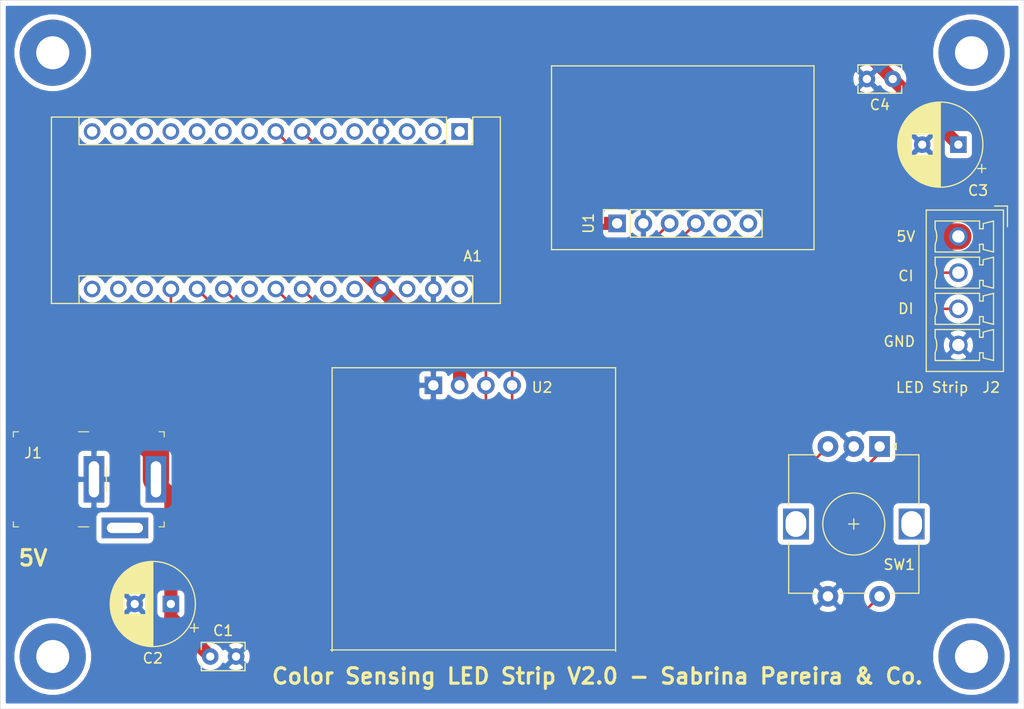
<source format=kicad_pcb>
(kicad_pcb (version 20171130) (host pcbnew "(5.1.6)-1")

  (general
    (thickness 1.6)
    (drawings 11)
    (tracks 54)
    (zones 0)
    (modules 14)
    (nets 33)
  )

  (page A4)
  (title_block
    (title "Color Sensing LED Strip")
    (date 2020-11-02)
    (rev v1.0)
    (company "Sabrina Pereira & Co.")
  )

  (layers
    (0 F.Cu signal)
    (31 B.Cu signal)
    (32 B.Adhes user)
    (33 F.Adhes user)
    (34 B.Paste user)
    (35 F.Paste user)
    (36 B.SilkS user)
    (37 F.SilkS user)
    (38 B.Mask user)
    (39 F.Mask user)
    (40 Dwgs.User user)
    (41 Cmts.User user)
    (42 Eco1.User user)
    (43 Eco2.User user)
    (44 Edge.Cuts user)
    (45 Margin user)
    (46 B.CrtYd user)
    (47 F.CrtYd user)
    (48 B.Fab user)
    (49 F.Fab user hide)
  )

  (setup
    (last_trace_width 0.25)
    (user_trace_width 0.508)
    (user_trace_width 1.27)
    (user_trace_width 2.54)
    (trace_clearance 0.2)
    (zone_clearance 0.508)
    (zone_45_only no)
    (trace_min 0.2)
    (via_size 0.8)
    (via_drill 0.4)
    (via_min_size 0.4)
    (via_min_drill 0.3)
    (uvia_size 0.3)
    (uvia_drill 0.1)
    (uvias_allowed no)
    (uvia_min_size 0.2)
    (uvia_min_drill 0.1)
    (edge_width 0.05)
    (segment_width 0.2)
    (pcb_text_width 0.3)
    (pcb_text_size 1.5 1.5)
    (mod_edge_width 0.12)
    (mod_text_size 1 1)
    (mod_text_width 0.15)
    (pad_size 6.4 6.4)
    (pad_drill 3.200001)
    (pad_to_mask_clearance 0.05)
    (aux_axis_origin 0 0)
    (visible_elements 7FFFFFFF)
    (pcbplotparams
      (layerselection 0x010f0_ffffffff)
      (usegerberextensions false)
      (usegerberattributes true)
      (usegerberadvancedattributes true)
      (creategerberjobfile true)
      (excludeedgelayer true)
      (linewidth 0.100000)
      (plotframeref false)
      (viasonmask false)
      (mode 1)
      (useauxorigin false)
      (hpglpennumber 1)
      (hpglpenspeed 20)
      (hpglpendiameter 15.000000)
      (psnegative false)
      (psa4output false)
      (plotreference true)
      (plotvalue false)
      (plotinvisibletext false)
      (padsonsilk false)
      (subtractmaskfromsilk false)
      (outputformat 1)
      (mirror false)
      (drillshape 0)
      (scaleselection 1)
      (outputdirectory "Gerbers/"))
  )

  (net 0 "")
  (net 1 "Net-(A1-Pad16)")
  (net 2 "Net-(A1-Pad15)")
  (net 3 "Net-(A1-Pad30)")
  (net 4 "Net-(A1-Pad14)")
  (net 5 GND)
  (net 6 "Net-(A1-Pad13)")
  (net 7 "Net-(A1-Pad28)")
  (net 8 "Net-(A1-Pad12)")
  (net 9 +5V)
  (net 10 "Net-(A1-Pad11)")
  (net 11 "Net-(A1-Pad26)")
  (net 12 "Net-(A1-Pad10)")
  (net 13 "Net-(A1-Pad25)")
  (net 14 "Net-(A1-Pad9)")
  (net 15 I2C_SCL)
  (net 16 LED_DI)
  (net 17 I2C_SDA)
  (net 18 LED_CI)
  (net 19 "Net-(A1-Pad22)")
  (net 20 "Net-(A1-Pad6)")
  (net 21 ENCODER_B)
  (net 22 "Net-(A1-Pad5)")
  (net 23 ENCODER_A)
  (net 24 ENCODER_SW)
  (net 25 "Net-(A1-Pad3)")
  (net 26 "Net-(A1-Pad18)")
  (net 27 "Net-(A1-Pad2)")
  (net 28 "Net-(A1-Pad17)")
  (net 29 "Net-(A1-Pad1)")
  (net 30 "Net-(J1-Pad3)")
  (net 31 "Net-(U1-Pad6)")
  (net 32 "Net-(U1-Pad5)")

  (net_class Default "This is the default net class."
    (clearance 0.2)
    (trace_width 0.25)
    (via_dia 0.8)
    (via_drill 0.4)
    (uvia_dia 0.3)
    (uvia_drill 0.1)
    (add_net +5V)
    (add_net ENCODER_A)
    (add_net ENCODER_B)
    (add_net ENCODER_SW)
    (add_net GND)
    (add_net I2C_SCL)
    (add_net I2C_SDA)
    (add_net LED_CI)
    (add_net LED_DI)
    (add_net "Net-(A1-Pad1)")
    (add_net "Net-(A1-Pad10)")
    (add_net "Net-(A1-Pad11)")
    (add_net "Net-(A1-Pad12)")
    (add_net "Net-(A1-Pad13)")
    (add_net "Net-(A1-Pad14)")
    (add_net "Net-(A1-Pad15)")
    (add_net "Net-(A1-Pad16)")
    (add_net "Net-(A1-Pad17)")
    (add_net "Net-(A1-Pad18)")
    (add_net "Net-(A1-Pad2)")
    (add_net "Net-(A1-Pad22)")
    (add_net "Net-(A1-Pad25)")
    (add_net "Net-(A1-Pad26)")
    (add_net "Net-(A1-Pad28)")
    (add_net "Net-(A1-Pad3)")
    (add_net "Net-(A1-Pad30)")
    (add_net "Net-(A1-Pad5)")
    (add_net "Net-(A1-Pad6)")
    (add_net "Net-(A1-Pad9)")
    (add_net "Net-(J1-Pad3)")
    (add_net "Net-(U1-Pad5)")
    (add_net "Net-(U1-Pad6)")
  )

  (module Connector_Phoenix_MC:PhoenixContact_MCV_1,5_4-G-3.5_1x04_P3.50mm_Vertical (layer F.Cu) (tedit 5F9F7D55) (tstamp 5F9FA7E6)
    (at 184.15 85.725 270)
    (descr "Generic Phoenix Contact connector footprint for: MCV_1,5/4-G-3.5; number of pins: 04; pin pitch: 3.50mm; Vertical || order number: 1843622 8A 160V")
    (tags "phoenix_contact connector MCV_01x04_G_3.5mm")
    (path /5F8E2FFC)
    (fp_text reference J2 (at 14.605 -3.175 180) (layer F.SilkS)
      (effects (font (size 1 1) (thickness 0.15)))
    )
    (fp_text value "4-Wire Screw Terminal" (at 5.25 4.2 270) (layer F.Fab)
      (effects (font (size 1 1) (thickness 0.15)))
    )
    (fp_line (start -2.95 -4.75) (end -0.95 -4.75) (layer F.Fab) (width 0.1))
    (fp_line (start -2.95 -3.5) (end -2.95 -4.75) (layer F.Fab) (width 0.1))
    (fp_line (start -2.95 -4.75) (end -0.95 -4.75) (layer F.SilkS) (width 0.12))
    (fp_line (start -2.95 -3.5) (end -2.95 -4.75) (layer F.SilkS) (width 0.12))
    (fp_line (start 13.45 -4.75) (end -2.95 -4.75) (layer F.CrtYd) (width 0.05))
    (fp_line (start 13.45 3.5) (end 13.45 -4.75) (layer F.CrtYd) (width 0.05))
    (fp_line (start -2.95 3.5) (end 13.45 3.5) (layer F.CrtYd) (width 0.05))
    (fp_line (start -2.95 -4.75) (end -2.95 3.5) (layer F.CrtYd) (width 0.05))
    (fp_line (start 12 2.25) (end 11.25 2.25) (layer F.SilkS) (width 0.12))
    (fp_line (start 12 -2.05) (end 12 2.25) (layer F.SilkS) (width 0.12))
    (fp_line (start 11.25 -2.05) (end 12 -2.05) (layer F.SilkS) (width 0.12))
    (fp_line (start 11.25 -2.4) (end 11.25 -2.05) (layer F.SilkS) (width 0.12))
    (fp_line (start 11.75 -2.4) (end 11.25 -2.4) (layer F.SilkS) (width 0.12))
    (fp_line (start 12 -3.4) (end 11.75 -2.4) (layer F.SilkS) (width 0.12))
    (fp_line (start 9 -3.4) (end 12 -3.4) (layer F.SilkS) (width 0.12))
    (fp_line (start 9.25 -2.4) (end 9 -3.4) (layer F.SilkS) (width 0.12))
    (fp_line (start 9.75 -2.4) (end 9.25 -2.4) (layer F.SilkS) (width 0.12))
    (fp_line (start 9.75 -2.05) (end 9.75 -2.4) (layer F.SilkS) (width 0.12))
    (fp_line (start 9 -2.05) (end 9.75 -2.05) (layer F.SilkS) (width 0.12))
    (fp_line (start 9 2.25) (end 9 -2.05) (layer F.SilkS) (width 0.12))
    (fp_line (start 9.75 2.25) (end 9 2.25) (layer F.SilkS) (width 0.12))
    (fp_line (start 8.5 2.25) (end 7.75 2.25) (layer F.SilkS) (width 0.12))
    (fp_line (start 8.5 -2.05) (end 8.5 2.25) (layer F.SilkS) (width 0.12))
    (fp_line (start 7.75 -2.05) (end 8.5 -2.05) (layer F.SilkS) (width 0.12))
    (fp_line (start 7.75 -2.4) (end 7.75 -2.05) (layer F.SilkS) (width 0.12))
    (fp_line (start 8.25 -2.4) (end 7.75 -2.4) (layer F.SilkS) (width 0.12))
    (fp_line (start 8.5 -3.4) (end 8.25 -2.4) (layer F.SilkS) (width 0.12))
    (fp_line (start 5.5 -3.4) (end 8.5 -3.4) (layer F.SilkS) (width 0.12))
    (fp_line (start 5.75 -2.4) (end 5.5 -3.4) (layer F.SilkS) (width 0.12))
    (fp_line (start 6.25 -2.4) (end 5.75 -2.4) (layer F.SilkS) (width 0.12))
    (fp_line (start 6.25 -2.05) (end 6.25 -2.4) (layer F.SilkS) (width 0.12))
    (fp_line (start 5.5 -2.05) (end 6.25 -2.05) (layer F.SilkS) (width 0.12))
    (fp_line (start 5.5 2.25) (end 5.5 -2.05) (layer F.SilkS) (width 0.12))
    (fp_line (start 6.25 2.25) (end 5.5 2.25) (layer F.SilkS) (width 0.12))
    (fp_line (start 5 2.25) (end 4.25 2.25) (layer F.SilkS) (width 0.12))
    (fp_line (start 5 -2.05) (end 5 2.25) (layer F.SilkS) (width 0.12))
    (fp_line (start 4.25 -2.05) (end 5 -2.05) (layer F.SilkS) (width 0.12))
    (fp_line (start 4.25 -2.4) (end 4.25 -2.05) (layer F.SilkS) (width 0.12))
    (fp_line (start 4.75 -2.4) (end 4.25 -2.4) (layer F.SilkS) (width 0.12))
    (fp_line (start 5 -3.4) (end 4.75 -2.4) (layer F.SilkS) (width 0.12))
    (fp_line (start 2 -3.4) (end 5 -3.4) (layer F.SilkS) (width 0.12))
    (fp_line (start 2.25 -2.4) (end 2 -3.4) (layer F.SilkS) (width 0.12))
    (fp_line (start 2.75 -2.4) (end 2.25 -2.4) (layer F.SilkS) (width 0.12))
    (fp_line (start 2.75 -2.05) (end 2.75 -2.4) (layer F.SilkS) (width 0.12))
    (fp_line (start 2 -2.05) (end 2.75 -2.05) (layer F.SilkS) (width 0.12))
    (fp_line (start 2 2.25) (end 2 -2.05) (layer F.SilkS) (width 0.12))
    (fp_line (start 2.75 2.25) (end 2 2.25) (layer F.SilkS) (width 0.12))
    (fp_line (start 1.5 2.25) (end 0.75 2.25) (layer F.SilkS) (width 0.12))
    (fp_line (start 1.5 -2.05) (end 1.5 2.25) (layer F.SilkS) (width 0.12))
    (fp_line (start 0.75 -2.05) (end 1.5 -2.05) (layer F.SilkS) (width 0.12))
    (fp_line (start 0.75 -2.4) (end 0.75 -2.05) (layer F.SilkS) (width 0.12))
    (fp_line (start 1.25 -2.4) (end 0.75 -2.4) (layer F.SilkS) (width 0.12))
    (fp_line (start 1.5 -3.4) (end 1.25 -2.4) (layer F.SilkS) (width 0.12))
    (fp_line (start -1.5 -3.4) (end 1.5 -3.4) (layer F.SilkS) (width 0.12))
    (fp_line (start -1.25 -2.4) (end -1.5 -3.4) (layer F.SilkS) (width 0.12))
    (fp_line (start -0.75 -2.4) (end -1.25 -2.4) (layer F.SilkS) (width 0.12))
    (fp_line (start -0.75 -2.05) (end -0.75 -2.4) (layer F.SilkS) (width 0.12))
    (fp_line (start -1.5 -2.05) (end -0.75 -2.05) (layer F.SilkS) (width 0.12))
    (fp_line (start -1.5 2.25) (end -1.5 -2.05) (layer F.SilkS) (width 0.12))
    (fp_line (start -0.75 2.25) (end -1.5 2.25) (layer F.SilkS) (width 0.12))
    (fp_line (start 12.95 -4.25) (end -2.45 -4.25) (layer F.Fab) (width 0.1))
    (fp_line (start 12.95 3) (end 12.95 -4.25) (layer F.Fab) (width 0.1))
    (fp_line (start -2.45 3) (end 12.95 3) (layer F.Fab) (width 0.1))
    (fp_line (start -2.45 -4.25) (end -2.45 3) (layer F.Fab) (width 0.1))
    (fp_line (start 13.06 -4.36) (end -2.56 -4.36) (layer F.SilkS) (width 0.12))
    (fp_line (start 13.06 3.11) (end 13.06 -4.36) (layer F.SilkS) (width 0.12))
    (fp_line (start -2.56 3.11) (end 13.06 3.11) (layer F.SilkS) (width 0.12))
    (fp_line (start -2.56 -4.36) (end -2.56 3.11) (layer F.SilkS) (width 0.12))
    (fp_text user %R (at 5.25 -3.55 270) (layer F.Fab)
      (effects (font (size 1 1) (thickness 0.15)))
    )
    (fp_arc (start 10.5 3.95) (end 9.75 2.25) (angle 47.6) (layer F.SilkS) (width 0.12))
    (fp_arc (start 7 3.95) (end 6.25 2.25) (angle 47.6) (layer F.SilkS) (width 0.12))
    (fp_arc (start 3.5 3.95) (end 2.75 2.25) (angle 47.6) (layer F.SilkS) (width 0.12))
    (fp_arc (start 0 3.95) (end -0.75 2.25) (angle 47.6) (layer F.SilkS) (width 0.12))
    (pad 4 thru_hole circle (at 10.5 0 270) (size 1.8 1.8) (drill 1.2) (layers *.Cu *.Mask)
      (net 5 GND))
    (pad 3 thru_hole circle (at 7 0 270) (size 1.8 1.8) (drill 1.2) (layers *.Cu *.Mask)
      (net 16 LED_DI))
    (pad 2 thru_hole circle (at 3.5 0 270) (size 1.8 1.8) (drill 1.2) (layers *.Cu *.Mask)
      (net 18 LED_CI))
    (pad 1 thru_hole circle (at 0 0 270) (size 1.8 1.8) (drill 1.2) (layers *.Cu *.Mask)
      (net 9 +5V))
    (model ${KISYS3DMOD}/Connector_Phoenix_MC.3dshapes/PhoenixContact_MCV_1,5_4-G-3.5_1x04_P3.50mm_Vertical.wrl
      (at (xyz 0 0 0))
      (scale (xyz 1 1 1))
      (rotate (xyz 0 0 0))
    )
  )

  (module MountingHole:MountingHole_3.2mm_M3_Pad (layer F.Cu) (tedit 56D1B4CB) (tstamp 5F9F9D38)
    (at 96.52 126.365)
    (descr "Mounting Hole 3.2mm, M3")
    (tags "mounting hole 3.2mm m3")
    (attr virtual)
    (fp_text reference REF** (at 0 -4.2) (layer F.SilkS) hide
      (effects (font (size 1 1) (thickness 0.15)))
    )
    (fp_text value MountingHole_3.2mm_M3_Pad (at 0 4.2) (layer F.Fab) hide
      (effects (font (size 1 1) (thickness 0.15)))
    )
    (fp_circle (center 0 0) (end 3.2 0) (layer Cmts.User) (width 0.15))
    (fp_circle (center 0 0) (end 3.45 0) (layer F.CrtYd) (width 0.05))
    (fp_text user %R (at 0.3 0) (layer F.Fab) hide
      (effects (font (size 1 1) (thickness 0.15)))
    )
    (pad 1 thru_hole circle (at 0 0) (size 6.4 6.4) (drill 3.2) (layers *.Cu *.Mask))
  )

  (module MountingHole:MountingHole_3.2mm_M3_Pad (layer F.Cu) (tedit 56D1B4CB) (tstamp 5F9F9D1A)
    (at 96.52 67.945)
    (descr "Mounting Hole 3.2mm, M3")
    (tags "mounting hole 3.2mm m3")
    (attr virtual)
    (fp_text reference REF** (at 0 -4.2) (layer F.SilkS) hide
      (effects (font (size 1 1) (thickness 0.15)))
    )
    (fp_text value MountingHole_3.2mm_M3_Pad (at 0 4.2) (layer F.Fab) hide
      (effects (font (size 1 1) (thickness 0.15)))
    )
    (fp_circle (center 0 0) (end 3.2 0) (layer Cmts.User) (width 0.15))
    (fp_circle (center 0 0) (end 3.45 0) (layer F.CrtYd) (width 0.05))
    (fp_text user %R (at 0.3 0) (layer F.Fab) hide
      (effects (font (size 1 1) (thickness 0.15)))
    )
    (pad 1 thru_hole circle (at 0 0) (size 6.4 6.4) (drill 3.2) (layers *.Cu *.Mask))
  )

  (module MountingHole:MountingHole_3.2mm_M3_Pad (layer F.Cu) (tedit 56D1B4CB) (tstamp 5F9F9CFB)
    (at 185.42 67.945)
    (descr "Mounting Hole 3.2mm, M3")
    (tags "mounting hole 3.2mm m3")
    (attr virtual)
    (fp_text reference REF** (at 0 -4.2) (layer F.SilkS) hide
      (effects (font (size 1 1) (thickness 0.15)))
    )
    (fp_text value MountingHole_3.2mm_M3_Pad (at 0 4.2) (layer F.Fab) hide
      (effects (font (size 1 1) (thickness 0.15)))
    )
    (fp_circle (center 0 0) (end 3.2 0) (layer Cmts.User) (width 0.15))
    (fp_circle (center 0 0) (end 3.45 0) (layer F.CrtYd) (width 0.05))
    (fp_text user %R (at 0.3 0) (layer F.Fab) hide
      (effects (font (size 1 1) (thickness 0.15)))
    )
    (pad 1 thru_hole circle (at 0 0) (size 6.4 6.4) (drill 3.2) (layers *.Cu *.Mask))
  )

  (module MountingHole:MountingHole_3.2mm_M3_Pad (layer F.Cu) (tedit 5F9F6FC7) (tstamp 5F9F9C93)
    (at 185.42 126.365)
    (descr "Mounting Hole 3.2mm, M3")
    (tags "mounting hole 3.2mm m3")
    (attr virtual)
    (fp_text reference REF** (at 0 -4.2) (layer F.SilkS) hide
      (effects (font (size 1 1) (thickness 0.15)))
    )
    (fp_text value MountingHole_3.2mm_M3_Pad (at 0 4.2) (layer F.Fab) hide
      (effects (font (size 1 1) (thickness 0.15)))
    )
    (fp_circle (center 0 0) (end 3.2 0) (layer Cmts.User) (width 0.15))
    (fp_circle (center 0 0) (end 3.45 0) (layer F.CrtYd) (width 0.05))
    (fp_text user %R (at 0.3 0) (layer F.Fab) hide
      (effects (font (size 1 1) (thickness 0.15)))
    )
    (pad 1 thru_hole circle (at 0 0) (size 6.4 6.4) (drill 3.200001) (layers *.Cu *.Mask))
  )

  (module MicrocontrollersProject:Adafruit_AS7341_PinSocket (layer F.Cu) (tedit 5F9AF025) (tstamp 5F9F79BE)
    (at 157.48 86.995 90)
    (descr "Through hole straight socket strip, 1x06, 2.54mm pitch, single row (from Kicad 4.0.7), script generated")
    (tags "Through hole socket strip THT 1x06 2.54mm single row")
    (path /5F8D7A4F)
    (fp_text reference U1 (at 2.54 -9.12 90) (layer F.SilkS)
      (effects (font (size 1 1) (thickness 0.15)))
    )
    (fp_text value Adafruit_AS7341 (at 8.89 0) (layer F.Fab)
      (effects (font (size 1 1) (thickness 0.15)))
    )
    (fp_line (start 0.74 8.1) (end 0.74 -8.15) (layer F.CrtYd) (width 0.05))
    (fp_line (start 4.29 8.1) (end 0.74 8.1) (layer F.CrtYd) (width 0.05))
    (fp_line (start 4.29 -8.15) (end 4.29 8.1) (layer F.CrtYd) (width 0.05))
    (fp_line (start 0.74 -8.15) (end 4.29 -8.15) (layer F.CrtYd) (width 0.05))
    (fp_line (start 2.54 -7.68) (end 3.87 -7.68) (layer F.SilkS) (width 0.12))
    (fp_line (start 3.87 -7.68) (end 3.87 -6.35) (layer F.SilkS) (width 0.12))
    (fp_line (start 3.87 -5.08) (end 3.87 7.68) (layer F.SilkS) (width 0.12))
    (fp_line (start 1.21 7.68) (end 3.87 7.68) (layer F.SilkS) (width 0.12))
    (fp_line (start 1.21 -5.08) (end 1.21 7.68) (layer F.SilkS) (width 0.12))
    (fp_line (start 1.21 -5.08) (end 3.87 -5.08) (layer F.SilkS) (width 0.12))
    (fp_line (start 1.27 7.62) (end 1.27 -7.62) (layer F.Fab) (width 0.1))
    (fp_line (start 3.81 7.62) (end 1.27 7.62) (layer F.Fab) (width 0.1))
    (fp_line (start 3.81 -6.985) (end 3.81 7.62) (layer F.Fab) (width 0.1))
    (fp_line (start 3.175 -7.62) (end 3.81 -6.985) (layer F.Fab) (width 0.1))
    (fp_line (start 1.27 -7.62) (end 3.175 -7.62) (layer F.Fab) (width 0.1))
    (fp_line (start 0 -12.7) (end 0 12.7) (layer F.SilkS) (width 0.12))
    (fp_line (start 0 12.7) (end 17.78 12.7) (layer F.SilkS) (width 0.12))
    (fp_line (start 17.78 12.7) (end 17.78 -12.7) (layer F.SilkS) (width 0.12))
    (fp_line (start 17.78 -12.7) (end 0 -12.7) (layer F.SilkS) (width 0.12))
    (pad 6 thru_hole oval (at 2.54 6.35 90) (size 1.7 1.7) (drill 1) (layers *.Cu *.Mask)
      (net 31 "Net-(U1-Pad6)"))
    (pad 5 thru_hole oval (at 2.54 3.81 90) (size 1.7 1.7) (drill 1) (layers *.Cu *.Mask)
      (net 32 "Net-(U1-Pad5)"))
    (pad 4 thru_hole oval (at 2.54 1.27 90) (size 1.7 1.7) (drill 1) (layers *.Cu *.Mask)
      (net 17 I2C_SDA))
    (pad 3 thru_hole oval (at 2.54 -1.27 90) (size 1.7 1.7) (drill 1) (layers *.Cu *.Mask)
      (net 15 I2C_SCL))
    (pad 2 thru_hole oval (at 2.54 -3.81 90) (size 1.7 1.7) (drill 1) (layers *.Cu *.Mask)
      (net 5 GND))
    (pad 1 thru_hole rect (at 2.54 -6.35 90) (size 1.7 1.7) (drill 1) (layers *.Cu *.Mask)
      (net 9 +5V))
    (model ${KISYS3DMOD}/Connector_PinSocket_2.54mm.3dshapes/PinSocket_1x06_P2.54mm_Vertical.wrl
      (at (xyz 0 0 0))
      (scale (xyz 1 1 1))
      (rotate (xyz 0 0 0))
    )
  )

  (module MicrocontrollersProject:OLED_0.96 (layer F.Cu) (tedit 5F9AEFFD) (tstamp 5F9B3F48)
    (at 123.55 98.425)
    (descr "Adafruit SSD1306 OLED 1.3 inch 128x64 I2C & SPI https://learn.adafruit.com/monochrome-oled-breakouts/downloads")
    (tags "Adafruit SSD1306 OLED 1.3 inch 128x64 I2C & SPI ")
    (path /5F8CE77D)
    (fp_text reference U2 (at 20.32 1.905) (layer F.SilkS)
      (effects (font (size 1 1) (thickness 0.15)))
    )
    (fp_text value OLED (at 4.445 -1.27) (layer F.Fab)
      (effects (font (size 1 1) (thickness 0.15)))
    )
    (fp_line (start 0 0) (end 0 27.432) (layer F.SilkS) (width 0.12))
    (fp_line (start -0.127 27.305) (end 27.305 27.305) (layer F.SilkS) (width 0.12))
    (fp_line (start 27.432 27.432) (end 27.432 0) (layer F.SilkS) (width 0.12))
    (fp_line (start 27.432 0) (end 0 0) (layer F.SilkS) (width 0.12))
    (pad 4 thru_hole circle (at 17.42 1.7) (size 1.7 1.7) (drill 1) (layers *.Cu *.Mask)
      (net 17 I2C_SDA))
    (pad 3 thru_hole circle (at 14.88 1.7) (size 1.7 1.7) (drill 1) (layers *.Cu *.Mask)
      (net 15 I2C_SCL))
    (pad 2 thru_hole circle (at 12.34 1.7) (size 1.7 1.7) (drill 1) (layers *.Cu *.Mask)
      (net 9 +5V))
    (pad 1 thru_hole rect (at 9.8 1.7) (size 1.7 1.7) (drill 1) (layers *.Cu *.Mask)
      (net 5 GND))
    (model ${KISYS3DMOD}/Display.3dshapes/Adafruit_SSD1306.wrl
      (at (xyz 0 0 0))
      (scale (xyz 1 1 1))
      (rotate (xyz 0 0 0))
    )
  )

  (module Rotary_Encoder:RotaryEncoder_Alps_EC12E-Switch_Vertical_H20mm (layer F.Cu) (tedit 5A64F492) (tstamp 5F9B3F19)
    (at 176.53 106.045 270)
    (descr "Alps rotary encoder, EC12E... with switch, vertical shaft, http://www.alps.com/prod/info/E/HTML/Encoder/Incremental/EC12E/EC12E1240405.html & http://cdn-reichelt.de/documents/datenblatt/F100/402097STEC12E08.PDF")
    (tags "rotary encoder")
    (path /5F8FB728)
    (fp_text reference SW1 (at 11.43 -1.905 180) (layer F.SilkS)
      (effects (font (size 1 1) (thickness 0.15)))
    )
    (fp_text value Rotary_Encoder_Switch (at 7.5 10.4 90) (layer F.Fab)
      (effects (font (size 1 1) (thickness 0.15)))
    )
    (fp_circle (center 7.5 2.5) (end 10.5 2.5) (layer F.Fab) (width 0.12))
    (fp_circle (center 7.5 2.5) (end 10.5 2.5) (layer F.SilkS) (width 0.12))
    (fp_line (start 16 9.85) (end -1.5 9.85) (layer F.CrtYd) (width 0.05))
    (fp_line (start 16 9.85) (end 16 -4.85) (layer F.CrtYd) (width 0.05))
    (fp_line (start -1.5 -4.85) (end -1.5 9.85) (layer F.CrtYd) (width 0.05))
    (fp_line (start -1.5 -4.85) (end 16 -4.85) (layer F.CrtYd) (width 0.05))
    (fp_line (start 1.9 -3.7) (end 14.1 -3.7) (layer F.Fab) (width 0.12))
    (fp_line (start 14.1 -3.7) (end 14.1 8.7) (layer F.Fab) (width 0.12))
    (fp_line (start 14.1 8.7) (end 0.9 8.7) (layer F.Fab) (width 0.12))
    (fp_line (start 0.9 8.7) (end 0.9 -2.6) (layer F.Fab) (width 0.12))
    (fp_line (start 0.9 -2.6) (end 1.9 -3.7) (layer F.Fab) (width 0.12))
    (fp_line (start 9.3 -3.8) (end 14.2 -3.8) (layer F.SilkS) (width 0.12))
    (fp_line (start 14.2 8.8) (end 9.3 8.8) (layer F.SilkS) (width 0.12))
    (fp_line (start 5.7 8.8) (end 0.8 8.8) (layer F.SilkS) (width 0.12))
    (fp_line (start 0.8 8.8) (end 0.8 6) (layer F.SilkS) (width 0.12))
    (fp_line (start 5.6 -3.8) (end 0.8 -3.8) (layer F.SilkS) (width 0.12))
    (fp_line (start 0.8 -3.8) (end 0.8 -1.3) (layer F.SilkS) (width 0.12))
    (fp_line (start 0 -1.3) (end -0.3 -1.6) (layer F.SilkS) (width 0.12))
    (fp_line (start -0.3 -1.6) (end 0.3 -1.6) (layer F.SilkS) (width 0.12))
    (fp_line (start 0.3 -1.6) (end 0 -1.3) (layer F.SilkS) (width 0.12))
    (fp_line (start 7.5 -0.5) (end 7.5 5.5) (layer F.Fab) (width 0.12))
    (fp_line (start 4.5 2.5) (end 10.5 2.5) (layer F.Fab) (width 0.12))
    (fp_line (start 14.2 -3.8) (end 14.2 -1.2) (layer F.SilkS) (width 0.12))
    (fp_line (start 14.2 1.2) (end 14.2 3.8) (layer F.SilkS) (width 0.12))
    (fp_line (start 14.2 6.2) (end 14.2 8.8) (layer F.SilkS) (width 0.12))
    (fp_line (start 7.5 2) (end 7.5 3) (layer F.SilkS) (width 0.12))
    (fp_line (start 7 2.5) (end 8 2.5) (layer F.SilkS) (width 0.12))
    (fp_text user %R (at 11.5 6.6 90) (layer F.Fab)
      (effects (font (size 1 1) (thickness 0.15)))
    )
    (pad A thru_hole rect (at 0 0 270) (size 2 2) (drill 1) (layers *.Cu *.Mask)
      (net 23 ENCODER_A))
    (pad C thru_hole circle (at 0 2.5 270) (size 2 2) (drill 1) (layers *.Cu *.Mask)
      (net 5 GND))
    (pad B thru_hole circle (at 0 5 270) (size 2 2) (drill 1) (layers *.Cu *.Mask)
      (net 21 ENCODER_B))
    (pad MP thru_hole rect (at 7.5 -3.1 270) (size 3 2.5) (drill oval 2.5 2) (layers *.Cu *.Mask))
    (pad MP thru_hole rect (at 7.5 8.1 270) (size 3 2.5) (drill oval 2.5 2) (layers *.Cu *.Mask))
    (pad S1 thru_hole circle (at 14.5 0 270) (size 2 2) (drill 1) (layers *.Cu *.Mask)
      (net 24 ENCODER_SW))
    (pad S2 thru_hole circle (at 14.5 5 270) (size 2 2) (drill 1) (layers *.Cu *.Mask)
      (net 5 GND))
    (model ${KISYS3DMOD}/Rotary_Encoder.3dshapes/RotaryEncoder_Alps_EC12E-Switch_Vertical_H20mm.wrl
      (at (xyz 0 0 0))
      (scale (xyz 1 1 1))
      (rotate (xyz 0 0 0))
    )
  )

  (module digikey-footprints:Barrel_Jack_5.5mmODx2.1mmID_PJ-202A (layer F.Cu) (tedit 5CAD1432) (tstamp 5F9B3EA1)
    (at 103.505 109.22 90)
    (path /5F8D3804)
    (fp_text reference J1 (at 2.54 -8.89 180) (layer F.SilkS)
      (effects (font (size 1 1) (thickness 0.15)))
    )
    (fp_text value Barrel_Jack_Switch (at 0 5.8 90) (layer F.Fab)
      (effects (font (size 1 1) (thickness 0.15)))
    )
    (fp_line (start -4.5 3.7) (end 4.5 3.7) (layer F.Fab) (width 0.1))
    (fp_line (start -4.5 3.7) (end -4.5 -10.7) (layer F.Fab) (width 0.1))
    (fp_line (start 4.5 3.7) (end 4.5 -10.7) (layer F.Fab) (width 0.1))
    (fp_line (start -4.5 -10.7) (end 4.5 -10.7) (layer F.Fab) (width 0.1))
    (fp_line (start 4.6 3.8) (end 4.1 3.8) (layer F.SilkS) (width 0.1))
    (fp_line (start 4.6 3.8) (end 4.6 3.3) (layer F.SilkS) (width 0.1))
    (fp_line (start -4.6 3.8) (end -4.1 3.8) (layer F.SilkS) (width 0.1))
    (fp_line (start -4.6 3.8) (end -4.6 3.3) (layer F.SilkS) (width 0.1))
    (fp_line (start -1.2 -1.8) (end 1.2 -1.8) (layer F.SilkS) (width 0.1))
    (fp_line (start -4.6 -10.8) (end -4.6 -10.3) (layer F.SilkS) (width 0.1))
    (fp_line (start -4.6 -10.8) (end -4.1 -10.8) (layer F.SilkS) (width 0.1))
    (fp_line (start 4.6 -10.8) (end 4.1 -10.8) (layer F.SilkS) (width 0.1))
    (fp_line (start 4.6 -10.8) (end 4.6 -10.3) (layer F.SilkS) (width 0.1))
    (fp_line (start -4.6 -3.5) (end -4.6 -4.5) (layer F.SilkS) (width 0.1))
    (fp_line (start 4.6 -3.5) (end 4.6 -4.5) (layer F.SilkS) (width 0.1))
    (fp_line (start -5.9 -11) (end 4.8 -11) (layer F.CrtYd) (width 0.05))
    (fp_line (start -5.9 -11) (end -5.9 4.2) (layer F.CrtYd) (width 0.05))
    (fp_line (start 4.8 -11) (end 4.8 4.2) (layer F.CrtYd) (width 0.05))
    (fp_line (start -5.9 4.2) (end 4.8 4.2) (layer F.CrtYd) (width 0.05))
    (pad 2 thru_hole rect (at 0 -3 90) (size 4.5 2) (drill oval 3.5 1) (layers *.Cu *.Mask)
      (net 5 GND))
    (pad 1 thru_hole rect (at 0 3 90) (size 4.5 2) (drill oval 3.5 1) (layers *.Cu *.Mask)
      (net 9 +5V))
    (pad 3 thru_hole rect (at -4.7 0 90) (size 2 4.5) (drill oval 1 3.5) (layers *.Cu *.Mask)
      (net 30 "Net-(J1-Pad3)"))
  )

  (module Capacitor_THT:C_Rect_L4.0mm_W2.5mm_P2.50mm (layer F.Cu) (tedit 5AE50EF0) (tstamp 5F9B4FFC)
    (at 177.8 70.485 180)
    (descr "C, Rect series, Radial, pin pitch=2.50mm, , length*width=4*2.5mm^2, Capacitor")
    (tags "C Rect series Radial pin pitch 2.50mm  length 4mm width 2.5mm Capacitor")
    (path /5F9356A9)
    (fp_text reference C4 (at 1.25 -2.5) (layer F.SilkS)
      (effects (font (size 1 1) (thickness 0.15)))
    )
    (fp_text value "0.1 uf" (at 1.25 2.5) (layer F.Fab)
      (effects (font (size 1 1) (thickness 0.15)))
    )
    (fp_line (start 3.55 -1.5) (end -1.05 -1.5) (layer F.CrtYd) (width 0.05))
    (fp_line (start 3.55 1.5) (end 3.55 -1.5) (layer F.CrtYd) (width 0.05))
    (fp_line (start -1.05 1.5) (end 3.55 1.5) (layer F.CrtYd) (width 0.05))
    (fp_line (start -1.05 -1.5) (end -1.05 1.5) (layer F.CrtYd) (width 0.05))
    (fp_line (start 3.37 0.665) (end 3.37 1.37) (layer F.SilkS) (width 0.12))
    (fp_line (start 3.37 -1.37) (end 3.37 -0.665) (layer F.SilkS) (width 0.12))
    (fp_line (start -0.87 0.665) (end -0.87 1.37) (layer F.SilkS) (width 0.12))
    (fp_line (start -0.87 -1.37) (end -0.87 -0.665) (layer F.SilkS) (width 0.12))
    (fp_line (start -0.87 1.37) (end 3.37 1.37) (layer F.SilkS) (width 0.12))
    (fp_line (start -0.87 -1.37) (end 3.37 -1.37) (layer F.SilkS) (width 0.12))
    (fp_line (start 3.25 -1.25) (end -0.75 -1.25) (layer F.Fab) (width 0.1))
    (fp_line (start 3.25 1.25) (end 3.25 -1.25) (layer F.Fab) (width 0.1))
    (fp_line (start -0.75 1.25) (end 3.25 1.25) (layer F.Fab) (width 0.1))
    (fp_line (start -0.75 -1.25) (end -0.75 1.25) (layer F.Fab) (width 0.1))
    (fp_text user %R (at 1.25 0) (layer F.Fab)
      (effects (font (size 0.8 0.8) (thickness 0.12)))
    )
    (pad 2 thru_hole circle (at 2.5 0 180) (size 1.6 1.6) (drill 0.8) (layers *.Cu *.Mask)
      (net 5 GND))
    (pad 1 thru_hole circle (at 0 0 180) (size 1.6 1.6) (drill 0.8) (layers *.Cu *.Mask)
      (net 9 +5V))
    (model ${KISYS3DMOD}/Capacitor_THT.3dshapes/C_Rect_L4.0mm_W2.5mm_P2.50mm.wrl
      (at (xyz 0 0 0))
      (scale (xyz 1 1 1))
      (rotate (xyz 0 0 0))
    )
  )

  (module Capacitor_THT:CP_Radial_D8.0mm_P3.50mm (layer F.Cu) (tedit 5AE50EF0) (tstamp 5F9B3E72)
    (at 184.15 76.835 180)
    (descr "CP, Radial series, Radial, pin pitch=3.50mm, , diameter=8mm, Electrolytic Capacitor")
    (tags "CP Radial series Radial pin pitch 3.50mm  diameter 8mm Electrolytic Capacitor")
    (path /5F934A0A)
    (fp_text reference C3 (at -1.905 -4.445) (layer F.SilkS)
      (effects (font (size 1 1) (thickness 0.15)))
    )
    (fp_text value "1000 uf" (at 1.75 5.25) (layer F.Fab)
      (effects (font (size 1 1) (thickness 0.15)))
    )
    (fp_line (start -2.259698 -2.715) (end -2.259698 -1.915) (layer F.SilkS) (width 0.12))
    (fp_line (start -2.659698 -2.315) (end -1.859698 -2.315) (layer F.SilkS) (width 0.12))
    (fp_line (start 5.831 -0.533) (end 5.831 0.533) (layer F.SilkS) (width 0.12))
    (fp_line (start 5.791 -0.768) (end 5.791 0.768) (layer F.SilkS) (width 0.12))
    (fp_line (start 5.751 -0.948) (end 5.751 0.948) (layer F.SilkS) (width 0.12))
    (fp_line (start 5.711 -1.098) (end 5.711 1.098) (layer F.SilkS) (width 0.12))
    (fp_line (start 5.671 -1.229) (end 5.671 1.229) (layer F.SilkS) (width 0.12))
    (fp_line (start 5.631 -1.346) (end 5.631 1.346) (layer F.SilkS) (width 0.12))
    (fp_line (start 5.591 -1.453) (end 5.591 1.453) (layer F.SilkS) (width 0.12))
    (fp_line (start 5.551 -1.552) (end 5.551 1.552) (layer F.SilkS) (width 0.12))
    (fp_line (start 5.511 -1.645) (end 5.511 1.645) (layer F.SilkS) (width 0.12))
    (fp_line (start 5.471 -1.731) (end 5.471 1.731) (layer F.SilkS) (width 0.12))
    (fp_line (start 5.431 -1.813) (end 5.431 1.813) (layer F.SilkS) (width 0.12))
    (fp_line (start 5.391 -1.89) (end 5.391 1.89) (layer F.SilkS) (width 0.12))
    (fp_line (start 5.351 -1.964) (end 5.351 1.964) (layer F.SilkS) (width 0.12))
    (fp_line (start 5.311 -2.034) (end 5.311 2.034) (layer F.SilkS) (width 0.12))
    (fp_line (start 5.271 -2.102) (end 5.271 2.102) (layer F.SilkS) (width 0.12))
    (fp_line (start 5.231 -2.166) (end 5.231 2.166) (layer F.SilkS) (width 0.12))
    (fp_line (start 5.191 -2.228) (end 5.191 2.228) (layer F.SilkS) (width 0.12))
    (fp_line (start 5.151 -2.287) (end 5.151 2.287) (layer F.SilkS) (width 0.12))
    (fp_line (start 5.111 -2.345) (end 5.111 2.345) (layer F.SilkS) (width 0.12))
    (fp_line (start 5.071 -2.4) (end 5.071 2.4) (layer F.SilkS) (width 0.12))
    (fp_line (start 5.031 -2.454) (end 5.031 2.454) (layer F.SilkS) (width 0.12))
    (fp_line (start 4.991 -2.505) (end 4.991 2.505) (layer F.SilkS) (width 0.12))
    (fp_line (start 4.951 -2.556) (end 4.951 2.556) (layer F.SilkS) (width 0.12))
    (fp_line (start 4.911 -2.604) (end 4.911 2.604) (layer F.SilkS) (width 0.12))
    (fp_line (start 4.871 -2.651) (end 4.871 2.651) (layer F.SilkS) (width 0.12))
    (fp_line (start 4.831 -2.697) (end 4.831 2.697) (layer F.SilkS) (width 0.12))
    (fp_line (start 4.791 -2.741) (end 4.791 2.741) (layer F.SilkS) (width 0.12))
    (fp_line (start 4.751 -2.784) (end 4.751 2.784) (layer F.SilkS) (width 0.12))
    (fp_line (start 4.711 -2.826) (end 4.711 2.826) (layer F.SilkS) (width 0.12))
    (fp_line (start 4.671 -2.867) (end 4.671 2.867) (layer F.SilkS) (width 0.12))
    (fp_line (start 4.631 -2.907) (end 4.631 2.907) (layer F.SilkS) (width 0.12))
    (fp_line (start 4.591 -2.945) (end 4.591 2.945) (layer F.SilkS) (width 0.12))
    (fp_line (start 4.551 -2.983) (end 4.551 2.983) (layer F.SilkS) (width 0.12))
    (fp_line (start 4.511 1.04) (end 4.511 3.019) (layer F.SilkS) (width 0.12))
    (fp_line (start 4.511 -3.019) (end 4.511 -1.04) (layer F.SilkS) (width 0.12))
    (fp_line (start 4.471 1.04) (end 4.471 3.055) (layer F.SilkS) (width 0.12))
    (fp_line (start 4.471 -3.055) (end 4.471 -1.04) (layer F.SilkS) (width 0.12))
    (fp_line (start 4.431 1.04) (end 4.431 3.09) (layer F.SilkS) (width 0.12))
    (fp_line (start 4.431 -3.09) (end 4.431 -1.04) (layer F.SilkS) (width 0.12))
    (fp_line (start 4.391 1.04) (end 4.391 3.124) (layer F.SilkS) (width 0.12))
    (fp_line (start 4.391 -3.124) (end 4.391 -1.04) (layer F.SilkS) (width 0.12))
    (fp_line (start 4.351 1.04) (end 4.351 3.156) (layer F.SilkS) (width 0.12))
    (fp_line (start 4.351 -3.156) (end 4.351 -1.04) (layer F.SilkS) (width 0.12))
    (fp_line (start 4.311 1.04) (end 4.311 3.189) (layer F.SilkS) (width 0.12))
    (fp_line (start 4.311 -3.189) (end 4.311 -1.04) (layer F.SilkS) (width 0.12))
    (fp_line (start 4.271 1.04) (end 4.271 3.22) (layer F.SilkS) (width 0.12))
    (fp_line (start 4.271 -3.22) (end 4.271 -1.04) (layer F.SilkS) (width 0.12))
    (fp_line (start 4.231 1.04) (end 4.231 3.25) (layer F.SilkS) (width 0.12))
    (fp_line (start 4.231 -3.25) (end 4.231 -1.04) (layer F.SilkS) (width 0.12))
    (fp_line (start 4.191 1.04) (end 4.191 3.28) (layer F.SilkS) (width 0.12))
    (fp_line (start 4.191 -3.28) (end 4.191 -1.04) (layer F.SilkS) (width 0.12))
    (fp_line (start 4.151 1.04) (end 4.151 3.309) (layer F.SilkS) (width 0.12))
    (fp_line (start 4.151 -3.309) (end 4.151 -1.04) (layer F.SilkS) (width 0.12))
    (fp_line (start 4.111 1.04) (end 4.111 3.338) (layer F.SilkS) (width 0.12))
    (fp_line (start 4.111 -3.338) (end 4.111 -1.04) (layer F.SilkS) (width 0.12))
    (fp_line (start 4.071 1.04) (end 4.071 3.365) (layer F.SilkS) (width 0.12))
    (fp_line (start 4.071 -3.365) (end 4.071 -1.04) (layer F.SilkS) (width 0.12))
    (fp_line (start 4.031 1.04) (end 4.031 3.392) (layer F.SilkS) (width 0.12))
    (fp_line (start 4.031 -3.392) (end 4.031 -1.04) (layer F.SilkS) (width 0.12))
    (fp_line (start 3.991 1.04) (end 3.991 3.418) (layer F.SilkS) (width 0.12))
    (fp_line (start 3.991 -3.418) (end 3.991 -1.04) (layer F.SilkS) (width 0.12))
    (fp_line (start 3.951 1.04) (end 3.951 3.444) (layer F.SilkS) (width 0.12))
    (fp_line (start 3.951 -3.444) (end 3.951 -1.04) (layer F.SilkS) (width 0.12))
    (fp_line (start 3.911 1.04) (end 3.911 3.469) (layer F.SilkS) (width 0.12))
    (fp_line (start 3.911 -3.469) (end 3.911 -1.04) (layer F.SilkS) (width 0.12))
    (fp_line (start 3.871 1.04) (end 3.871 3.493) (layer F.SilkS) (width 0.12))
    (fp_line (start 3.871 -3.493) (end 3.871 -1.04) (layer F.SilkS) (width 0.12))
    (fp_line (start 3.831 1.04) (end 3.831 3.517) (layer F.SilkS) (width 0.12))
    (fp_line (start 3.831 -3.517) (end 3.831 -1.04) (layer F.SilkS) (width 0.12))
    (fp_line (start 3.791 1.04) (end 3.791 3.54) (layer F.SilkS) (width 0.12))
    (fp_line (start 3.791 -3.54) (end 3.791 -1.04) (layer F.SilkS) (width 0.12))
    (fp_line (start 3.751 1.04) (end 3.751 3.562) (layer F.SilkS) (width 0.12))
    (fp_line (start 3.751 -3.562) (end 3.751 -1.04) (layer F.SilkS) (width 0.12))
    (fp_line (start 3.711 1.04) (end 3.711 3.584) (layer F.SilkS) (width 0.12))
    (fp_line (start 3.711 -3.584) (end 3.711 -1.04) (layer F.SilkS) (width 0.12))
    (fp_line (start 3.671 1.04) (end 3.671 3.606) (layer F.SilkS) (width 0.12))
    (fp_line (start 3.671 -3.606) (end 3.671 -1.04) (layer F.SilkS) (width 0.12))
    (fp_line (start 3.631 1.04) (end 3.631 3.627) (layer F.SilkS) (width 0.12))
    (fp_line (start 3.631 -3.627) (end 3.631 -1.04) (layer F.SilkS) (width 0.12))
    (fp_line (start 3.591 1.04) (end 3.591 3.647) (layer F.SilkS) (width 0.12))
    (fp_line (start 3.591 -3.647) (end 3.591 -1.04) (layer F.SilkS) (width 0.12))
    (fp_line (start 3.551 1.04) (end 3.551 3.666) (layer F.SilkS) (width 0.12))
    (fp_line (start 3.551 -3.666) (end 3.551 -1.04) (layer F.SilkS) (width 0.12))
    (fp_line (start 3.511 1.04) (end 3.511 3.686) (layer F.SilkS) (width 0.12))
    (fp_line (start 3.511 -3.686) (end 3.511 -1.04) (layer F.SilkS) (width 0.12))
    (fp_line (start 3.471 1.04) (end 3.471 3.704) (layer F.SilkS) (width 0.12))
    (fp_line (start 3.471 -3.704) (end 3.471 -1.04) (layer F.SilkS) (width 0.12))
    (fp_line (start 3.431 1.04) (end 3.431 3.722) (layer F.SilkS) (width 0.12))
    (fp_line (start 3.431 -3.722) (end 3.431 -1.04) (layer F.SilkS) (width 0.12))
    (fp_line (start 3.391 1.04) (end 3.391 3.74) (layer F.SilkS) (width 0.12))
    (fp_line (start 3.391 -3.74) (end 3.391 -1.04) (layer F.SilkS) (width 0.12))
    (fp_line (start 3.351 1.04) (end 3.351 3.757) (layer F.SilkS) (width 0.12))
    (fp_line (start 3.351 -3.757) (end 3.351 -1.04) (layer F.SilkS) (width 0.12))
    (fp_line (start 3.311 1.04) (end 3.311 3.774) (layer F.SilkS) (width 0.12))
    (fp_line (start 3.311 -3.774) (end 3.311 -1.04) (layer F.SilkS) (width 0.12))
    (fp_line (start 3.271 1.04) (end 3.271 3.79) (layer F.SilkS) (width 0.12))
    (fp_line (start 3.271 -3.79) (end 3.271 -1.04) (layer F.SilkS) (width 0.12))
    (fp_line (start 3.231 1.04) (end 3.231 3.805) (layer F.SilkS) (width 0.12))
    (fp_line (start 3.231 -3.805) (end 3.231 -1.04) (layer F.SilkS) (width 0.12))
    (fp_line (start 3.191 1.04) (end 3.191 3.821) (layer F.SilkS) (width 0.12))
    (fp_line (start 3.191 -3.821) (end 3.191 -1.04) (layer F.SilkS) (width 0.12))
    (fp_line (start 3.151 1.04) (end 3.151 3.835) (layer F.SilkS) (width 0.12))
    (fp_line (start 3.151 -3.835) (end 3.151 -1.04) (layer F.SilkS) (width 0.12))
    (fp_line (start 3.111 1.04) (end 3.111 3.85) (layer F.SilkS) (width 0.12))
    (fp_line (start 3.111 -3.85) (end 3.111 -1.04) (layer F.SilkS) (width 0.12))
    (fp_line (start 3.071 1.04) (end 3.071 3.863) (layer F.SilkS) (width 0.12))
    (fp_line (start 3.071 -3.863) (end 3.071 -1.04) (layer F.SilkS) (width 0.12))
    (fp_line (start 3.031 1.04) (end 3.031 3.877) (layer F.SilkS) (width 0.12))
    (fp_line (start 3.031 -3.877) (end 3.031 -1.04) (layer F.SilkS) (width 0.12))
    (fp_line (start 2.991 1.04) (end 2.991 3.889) (layer F.SilkS) (width 0.12))
    (fp_line (start 2.991 -3.889) (end 2.991 -1.04) (layer F.SilkS) (width 0.12))
    (fp_line (start 2.951 1.04) (end 2.951 3.902) (layer F.SilkS) (width 0.12))
    (fp_line (start 2.951 -3.902) (end 2.951 -1.04) (layer F.SilkS) (width 0.12))
    (fp_line (start 2.911 1.04) (end 2.911 3.914) (layer F.SilkS) (width 0.12))
    (fp_line (start 2.911 -3.914) (end 2.911 -1.04) (layer F.SilkS) (width 0.12))
    (fp_line (start 2.871 1.04) (end 2.871 3.925) (layer F.SilkS) (width 0.12))
    (fp_line (start 2.871 -3.925) (end 2.871 -1.04) (layer F.SilkS) (width 0.12))
    (fp_line (start 2.831 1.04) (end 2.831 3.936) (layer F.SilkS) (width 0.12))
    (fp_line (start 2.831 -3.936) (end 2.831 -1.04) (layer F.SilkS) (width 0.12))
    (fp_line (start 2.791 1.04) (end 2.791 3.947) (layer F.SilkS) (width 0.12))
    (fp_line (start 2.791 -3.947) (end 2.791 -1.04) (layer F.SilkS) (width 0.12))
    (fp_line (start 2.751 1.04) (end 2.751 3.957) (layer F.SilkS) (width 0.12))
    (fp_line (start 2.751 -3.957) (end 2.751 -1.04) (layer F.SilkS) (width 0.12))
    (fp_line (start 2.711 1.04) (end 2.711 3.967) (layer F.SilkS) (width 0.12))
    (fp_line (start 2.711 -3.967) (end 2.711 -1.04) (layer F.SilkS) (width 0.12))
    (fp_line (start 2.671 1.04) (end 2.671 3.976) (layer F.SilkS) (width 0.12))
    (fp_line (start 2.671 -3.976) (end 2.671 -1.04) (layer F.SilkS) (width 0.12))
    (fp_line (start 2.631 1.04) (end 2.631 3.985) (layer F.SilkS) (width 0.12))
    (fp_line (start 2.631 -3.985) (end 2.631 -1.04) (layer F.SilkS) (width 0.12))
    (fp_line (start 2.591 1.04) (end 2.591 3.994) (layer F.SilkS) (width 0.12))
    (fp_line (start 2.591 -3.994) (end 2.591 -1.04) (layer F.SilkS) (width 0.12))
    (fp_line (start 2.551 1.04) (end 2.551 4.002) (layer F.SilkS) (width 0.12))
    (fp_line (start 2.551 -4.002) (end 2.551 -1.04) (layer F.SilkS) (width 0.12))
    (fp_line (start 2.511 1.04) (end 2.511 4.01) (layer F.SilkS) (width 0.12))
    (fp_line (start 2.511 -4.01) (end 2.511 -1.04) (layer F.SilkS) (width 0.12))
    (fp_line (start 2.471 1.04) (end 2.471 4.017) (layer F.SilkS) (width 0.12))
    (fp_line (start 2.471 -4.017) (end 2.471 -1.04) (layer F.SilkS) (width 0.12))
    (fp_line (start 2.43 -4.024) (end 2.43 4.024) (layer F.SilkS) (width 0.12))
    (fp_line (start 2.39 -4.03) (end 2.39 4.03) (layer F.SilkS) (width 0.12))
    (fp_line (start 2.35 -4.037) (end 2.35 4.037) (layer F.SilkS) (width 0.12))
    (fp_line (start 2.31 -4.042) (end 2.31 4.042) (layer F.SilkS) (width 0.12))
    (fp_line (start 2.27 -4.048) (end 2.27 4.048) (layer F.SilkS) (width 0.12))
    (fp_line (start 2.23 -4.052) (end 2.23 4.052) (layer F.SilkS) (width 0.12))
    (fp_line (start 2.19 -4.057) (end 2.19 4.057) (layer F.SilkS) (width 0.12))
    (fp_line (start 2.15 -4.061) (end 2.15 4.061) (layer F.SilkS) (width 0.12))
    (fp_line (start 2.11 -4.065) (end 2.11 4.065) (layer F.SilkS) (width 0.12))
    (fp_line (start 2.07 -4.068) (end 2.07 4.068) (layer F.SilkS) (width 0.12))
    (fp_line (start 2.03 -4.071) (end 2.03 4.071) (layer F.SilkS) (width 0.12))
    (fp_line (start 1.99 -4.074) (end 1.99 4.074) (layer F.SilkS) (width 0.12))
    (fp_line (start 1.95 -4.076) (end 1.95 4.076) (layer F.SilkS) (width 0.12))
    (fp_line (start 1.91 -4.077) (end 1.91 4.077) (layer F.SilkS) (width 0.12))
    (fp_line (start 1.87 -4.079) (end 1.87 4.079) (layer F.SilkS) (width 0.12))
    (fp_line (start 1.83 -4.08) (end 1.83 4.08) (layer F.SilkS) (width 0.12))
    (fp_line (start 1.79 -4.08) (end 1.79 4.08) (layer F.SilkS) (width 0.12))
    (fp_line (start 1.75 -4.08) (end 1.75 4.08) (layer F.SilkS) (width 0.12))
    (fp_line (start -1.276759 -2.1475) (end -1.276759 -1.3475) (layer F.Fab) (width 0.1))
    (fp_line (start -1.676759 -1.7475) (end -0.876759 -1.7475) (layer F.Fab) (width 0.1))
    (fp_circle (center 1.75 0) (end 6 0) (layer F.CrtYd) (width 0.05))
    (fp_circle (center 1.75 0) (end 5.87 0) (layer F.SilkS) (width 0.12))
    (fp_circle (center 1.75 0) (end 5.75 0) (layer F.Fab) (width 0.1))
    (fp_text user %R (at 1.75 0) (layer F.Fab)
      (effects (font (size 1 1) (thickness 0.15)))
    )
    (pad 2 thru_hole circle (at 3.5 0 180) (size 1.6 1.6) (drill 0.8) (layers *.Cu *.Mask)
      (net 5 GND))
    (pad 1 thru_hole rect (at 0 0 180) (size 1.6 1.6) (drill 0.8) (layers *.Cu *.Mask)
      (net 9 +5V))
    (model ${KISYS3DMOD}/Capacitor_THT.3dshapes/CP_Radial_D8.0mm_P3.50mm.wrl
      (at (xyz 0 0 0))
      (scale (xyz 1 1 1))
      (rotate (xyz 0 0 0))
    )
  )

  (module Capacitor_THT:CP_Radial_D8.0mm_P3.50mm (layer F.Cu) (tedit 5AE50EF0) (tstamp 5F9B4C38)
    (at 107.95 121.285 180)
    (descr "CP, Radial series, Radial, pin pitch=3.50mm, , diameter=8mm, Electrolytic Capacitor")
    (tags "CP Radial series Radial pin pitch 3.50mm  diameter 8mm Electrolytic Capacitor")
    (path /5F9281CE)
    (fp_text reference C2 (at 1.75 -5.25) (layer F.SilkS)
      (effects (font (size 1 1) (thickness 0.15)))
    )
    (fp_text value "100 uf" (at 1.75 5.25) (layer F.Fab)
      (effects (font (size 1 1) (thickness 0.15)))
    )
    (fp_line (start -2.259698 -2.715) (end -2.259698 -1.915) (layer F.SilkS) (width 0.12))
    (fp_line (start -2.659698 -2.315) (end -1.859698 -2.315) (layer F.SilkS) (width 0.12))
    (fp_line (start 5.831 -0.533) (end 5.831 0.533) (layer F.SilkS) (width 0.12))
    (fp_line (start 5.791 -0.768) (end 5.791 0.768) (layer F.SilkS) (width 0.12))
    (fp_line (start 5.751 -0.948) (end 5.751 0.948) (layer F.SilkS) (width 0.12))
    (fp_line (start 5.711 -1.098) (end 5.711 1.098) (layer F.SilkS) (width 0.12))
    (fp_line (start 5.671 -1.229) (end 5.671 1.229) (layer F.SilkS) (width 0.12))
    (fp_line (start 5.631 -1.346) (end 5.631 1.346) (layer F.SilkS) (width 0.12))
    (fp_line (start 5.591 -1.453) (end 5.591 1.453) (layer F.SilkS) (width 0.12))
    (fp_line (start 5.551 -1.552) (end 5.551 1.552) (layer F.SilkS) (width 0.12))
    (fp_line (start 5.511 -1.645) (end 5.511 1.645) (layer F.SilkS) (width 0.12))
    (fp_line (start 5.471 -1.731) (end 5.471 1.731) (layer F.SilkS) (width 0.12))
    (fp_line (start 5.431 -1.813) (end 5.431 1.813) (layer F.SilkS) (width 0.12))
    (fp_line (start 5.391 -1.89) (end 5.391 1.89) (layer F.SilkS) (width 0.12))
    (fp_line (start 5.351 -1.964) (end 5.351 1.964) (layer F.SilkS) (width 0.12))
    (fp_line (start 5.311 -2.034) (end 5.311 2.034) (layer F.SilkS) (width 0.12))
    (fp_line (start 5.271 -2.102) (end 5.271 2.102) (layer F.SilkS) (width 0.12))
    (fp_line (start 5.231 -2.166) (end 5.231 2.166) (layer F.SilkS) (width 0.12))
    (fp_line (start 5.191 -2.228) (end 5.191 2.228) (layer F.SilkS) (width 0.12))
    (fp_line (start 5.151 -2.287) (end 5.151 2.287) (layer F.SilkS) (width 0.12))
    (fp_line (start 5.111 -2.345) (end 5.111 2.345) (layer F.SilkS) (width 0.12))
    (fp_line (start 5.071 -2.4) (end 5.071 2.4) (layer F.SilkS) (width 0.12))
    (fp_line (start 5.031 -2.454) (end 5.031 2.454) (layer F.SilkS) (width 0.12))
    (fp_line (start 4.991 -2.505) (end 4.991 2.505) (layer F.SilkS) (width 0.12))
    (fp_line (start 4.951 -2.556) (end 4.951 2.556) (layer F.SilkS) (width 0.12))
    (fp_line (start 4.911 -2.604) (end 4.911 2.604) (layer F.SilkS) (width 0.12))
    (fp_line (start 4.871 -2.651) (end 4.871 2.651) (layer F.SilkS) (width 0.12))
    (fp_line (start 4.831 -2.697) (end 4.831 2.697) (layer F.SilkS) (width 0.12))
    (fp_line (start 4.791 -2.741) (end 4.791 2.741) (layer F.SilkS) (width 0.12))
    (fp_line (start 4.751 -2.784) (end 4.751 2.784) (layer F.SilkS) (width 0.12))
    (fp_line (start 4.711 -2.826) (end 4.711 2.826) (layer F.SilkS) (width 0.12))
    (fp_line (start 4.671 -2.867) (end 4.671 2.867) (layer F.SilkS) (width 0.12))
    (fp_line (start 4.631 -2.907) (end 4.631 2.907) (layer F.SilkS) (width 0.12))
    (fp_line (start 4.591 -2.945) (end 4.591 2.945) (layer F.SilkS) (width 0.12))
    (fp_line (start 4.551 -2.983) (end 4.551 2.983) (layer F.SilkS) (width 0.12))
    (fp_line (start 4.511 1.04) (end 4.511 3.019) (layer F.SilkS) (width 0.12))
    (fp_line (start 4.511 -3.019) (end 4.511 -1.04) (layer F.SilkS) (width 0.12))
    (fp_line (start 4.471 1.04) (end 4.471 3.055) (layer F.SilkS) (width 0.12))
    (fp_line (start 4.471 -3.055) (end 4.471 -1.04) (layer F.SilkS) (width 0.12))
    (fp_line (start 4.431 1.04) (end 4.431 3.09) (layer F.SilkS) (width 0.12))
    (fp_line (start 4.431 -3.09) (end 4.431 -1.04) (layer F.SilkS) (width 0.12))
    (fp_line (start 4.391 1.04) (end 4.391 3.124) (layer F.SilkS) (width 0.12))
    (fp_line (start 4.391 -3.124) (end 4.391 -1.04) (layer F.SilkS) (width 0.12))
    (fp_line (start 4.351 1.04) (end 4.351 3.156) (layer F.SilkS) (width 0.12))
    (fp_line (start 4.351 -3.156) (end 4.351 -1.04) (layer F.SilkS) (width 0.12))
    (fp_line (start 4.311 1.04) (end 4.311 3.189) (layer F.SilkS) (width 0.12))
    (fp_line (start 4.311 -3.189) (end 4.311 -1.04) (layer F.SilkS) (width 0.12))
    (fp_line (start 4.271 1.04) (end 4.271 3.22) (layer F.SilkS) (width 0.12))
    (fp_line (start 4.271 -3.22) (end 4.271 -1.04) (layer F.SilkS) (width 0.12))
    (fp_line (start 4.231 1.04) (end 4.231 3.25) (layer F.SilkS) (width 0.12))
    (fp_line (start 4.231 -3.25) (end 4.231 -1.04) (layer F.SilkS) (width 0.12))
    (fp_line (start 4.191 1.04) (end 4.191 3.28) (layer F.SilkS) (width 0.12))
    (fp_line (start 4.191 -3.28) (end 4.191 -1.04) (layer F.SilkS) (width 0.12))
    (fp_line (start 4.151 1.04) (end 4.151 3.309) (layer F.SilkS) (width 0.12))
    (fp_line (start 4.151 -3.309) (end 4.151 -1.04) (layer F.SilkS) (width 0.12))
    (fp_line (start 4.111 1.04) (end 4.111 3.338) (layer F.SilkS) (width 0.12))
    (fp_line (start 4.111 -3.338) (end 4.111 -1.04) (layer F.SilkS) (width 0.12))
    (fp_line (start 4.071 1.04) (end 4.071 3.365) (layer F.SilkS) (width 0.12))
    (fp_line (start 4.071 -3.365) (end 4.071 -1.04) (layer F.SilkS) (width 0.12))
    (fp_line (start 4.031 1.04) (end 4.031 3.392) (layer F.SilkS) (width 0.12))
    (fp_line (start 4.031 -3.392) (end 4.031 -1.04) (layer F.SilkS) (width 0.12))
    (fp_line (start 3.991 1.04) (end 3.991 3.418) (layer F.SilkS) (width 0.12))
    (fp_line (start 3.991 -3.418) (end 3.991 -1.04) (layer F.SilkS) (width 0.12))
    (fp_line (start 3.951 1.04) (end 3.951 3.444) (layer F.SilkS) (width 0.12))
    (fp_line (start 3.951 -3.444) (end 3.951 -1.04) (layer F.SilkS) (width 0.12))
    (fp_line (start 3.911 1.04) (end 3.911 3.469) (layer F.SilkS) (width 0.12))
    (fp_line (start 3.911 -3.469) (end 3.911 -1.04) (layer F.SilkS) (width 0.12))
    (fp_line (start 3.871 1.04) (end 3.871 3.493) (layer F.SilkS) (width 0.12))
    (fp_line (start 3.871 -3.493) (end 3.871 -1.04) (layer F.SilkS) (width 0.12))
    (fp_line (start 3.831 1.04) (end 3.831 3.517) (layer F.SilkS) (width 0.12))
    (fp_line (start 3.831 -3.517) (end 3.831 -1.04) (layer F.SilkS) (width 0.12))
    (fp_line (start 3.791 1.04) (end 3.791 3.54) (layer F.SilkS) (width 0.12))
    (fp_line (start 3.791 -3.54) (end 3.791 -1.04) (layer F.SilkS) (width 0.12))
    (fp_line (start 3.751 1.04) (end 3.751 3.562) (layer F.SilkS) (width 0.12))
    (fp_line (start 3.751 -3.562) (end 3.751 -1.04) (layer F.SilkS) (width 0.12))
    (fp_line (start 3.711 1.04) (end 3.711 3.584) (layer F.SilkS) (width 0.12))
    (fp_line (start 3.711 -3.584) (end 3.711 -1.04) (layer F.SilkS) (width 0.12))
    (fp_line (start 3.671 1.04) (end 3.671 3.606) (layer F.SilkS) (width 0.12))
    (fp_line (start 3.671 -3.606) (end 3.671 -1.04) (layer F.SilkS) (width 0.12))
    (fp_line (start 3.631 1.04) (end 3.631 3.627) (layer F.SilkS) (width 0.12))
    (fp_line (start 3.631 -3.627) (end 3.631 -1.04) (layer F.SilkS) (width 0.12))
    (fp_line (start 3.591 1.04) (end 3.591 3.647) (layer F.SilkS) (width 0.12))
    (fp_line (start 3.591 -3.647) (end 3.591 -1.04) (layer F.SilkS) (width 0.12))
    (fp_line (start 3.551 1.04) (end 3.551 3.666) (layer F.SilkS) (width 0.12))
    (fp_line (start 3.551 -3.666) (end 3.551 -1.04) (layer F.SilkS) (width 0.12))
    (fp_line (start 3.511 1.04) (end 3.511 3.686) (layer F.SilkS) (width 0.12))
    (fp_line (start 3.511 -3.686) (end 3.511 -1.04) (layer F.SilkS) (width 0.12))
    (fp_line (start 3.471 1.04) (end 3.471 3.704) (layer F.SilkS) (width 0.12))
    (fp_line (start 3.471 -3.704) (end 3.471 -1.04) (layer F.SilkS) (width 0.12))
    (fp_line (start 3.431 1.04) (end 3.431 3.722) (layer F.SilkS) (width 0.12))
    (fp_line (start 3.431 -3.722) (end 3.431 -1.04) (layer F.SilkS) (width 0.12))
    (fp_line (start 3.391 1.04) (end 3.391 3.74) (layer F.SilkS) (width 0.12))
    (fp_line (start 3.391 -3.74) (end 3.391 -1.04) (layer F.SilkS) (width 0.12))
    (fp_line (start 3.351 1.04) (end 3.351 3.757) (layer F.SilkS) (width 0.12))
    (fp_line (start 3.351 -3.757) (end 3.351 -1.04) (layer F.SilkS) (width 0.12))
    (fp_line (start 3.311 1.04) (end 3.311 3.774) (layer F.SilkS) (width 0.12))
    (fp_line (start 3.311 -3.774) (end 3.311 -1.04) (layer F.SilkS) (width 0.12))
    (fp_line (start 3.271 1.04) (end 3.271 3.79) (layer F.SilkS) (width 0.12))
    (fp_line (start 3.271 -3.79) (end 3.271 -1.04) (layer F.SilkS) (width 0.12))
    (fp_line (start 3.231 1.04) (end 3.231 3.805) (layer F.SilkS) (width 0.12))
    (fp_line (start 3.231 -3.805) (end 3.231 -1.04) (layer F.SilkS) (width 0.12))
    (fp_line (start 3.191 1.04) (end 3.191 3.821) (layer F.SilkS) (width 0.12))
    (fp_line (start 3.191 -3.821) (end 3.191 -1.04) (layer F.SilkS) (width 0.12))
    (fp_line (start 3.151 1.04) (end 3.151 3.835) (layer F.SilkS) (width 0.12))
    (fp_line (start 3.151 -3.835) (end 3.151 -1.04) (layer F.SilkS) (width 0.12))
    (fp_line (start 3.111 1.04) (end 3.111 3.85) (layer F.SilkS) (width 0.12))
    (fp_line (start 3.111 -3.85) (end 3.111 -1.04) (layer F.SilkS) (width 0.12))
    (fp_line (start 3.071 1.04) (end 3.071 3.863) (layer F.SilkS) (width 0.12))
    (fp_line (start 3.071 -3.863) (end 3.071 -1.04) (layer F.SilkS) (width 0.12))
    (fp_line (start 3.031 1.04) (end 3.031 3.877) (layer F.SilkS) (width 0.12))
    (fp_line (start 3.031 -3.877) (end 3.031 -1.04) (layer F.SilkS) (width 0.12))
    (fp_line (start 2.991 1.04) (end 2.991 3.889) (layer F.SilkS) (width 0.12))
    (fp_line (start 2.991 -3.889) (end 2.991 -1.04) (layer F.SilkS) (width 0.12))
    (fp_line (start 2.951 1.04) (end 2.951 3.902) (layer F.SilkS) (width 0.12))
    (fp_line (start 2.951 -3.902) (end 2.951 -1.04) (layer F.SilkS) (width 0.12))
    (fp_line (start 2.911 1.04) (end 2.911 3.914) (layer F.SilkS) (width 0.12))
    (fp_line (start 2.911 -3.914) (end 2.911 -1.04) (layer F.SilkS) (width 0.12))
    (fp_line (start 2.871 1.04) (end 2.871 3.925) (layer F.SilkS) (width 0.12))
    (fp_line (start 2.871 -3.925) (end 2.871 -1.04) (layer F.SilkS) (width 0.12))
    (fp_line (start 2.831 1.04) (end 2.831 3.936) (layer F.SilkS) (width 0.12))
    (fp_line (start 2.831 -3.936) (end 2.831 -1.04) (layer F.SilkS) (width 0.12))
    (fp_line (start 2.791 1.04) (end 2.791 3.947) (layer F.SilkS) (width 0.12))
    (fp_line (start 2.791 -3.947) (end 2.791 -1.04) (layer F.SilkS) (width 0.12))
    (fp_line (start 2.751 1.04) (end 2.751 3.957) (layer F.SilkS) (width 0.12))
    (fp_line (start 2.751 -3.957) (end 2.751 -1.04) (layer F.SilkS) (width 0.12))
    (fp_line (start 2.711 1.04) (end 2.711 3.967) (layer F.SilkS) (width 0.12))
    (fp_line (start 2.711 -3.967) (end 2.711 -1.04) (layer F.SilkS) (width 0.12))
    (fp_line (start 2.671 1.04) (end 2.671 3.976) (layer F.SilkS) (width 0.12))
    (fp_line (start 2.671 -3.976) (end 2.671 -1.04) (layer F.SilkS) (width 0.12))
    (fp_line (start 2.631 1.04) (end 2.631 3.985) (layer F.SilkS) (width 0.12))
    (fp_line (start 2.631 -3.985) (end 2.631 -1.04) (layer F.SilkS) (width 0.12))
    (fp_line (start 2.591 1.04) (end 2.591 3.994) (layer F.SilkS) (width 0.12))
    (fp_line (start 2.591 -3.994) (end 2.591 -1.04) (layer F.SilkS) (width 0.12))
    (fp_line (start 2.551 1.04) (end 2.551 4.002) (layer F.SilkS) (width 0.12))
    (fp_line (start 2.551 -4.002) (end 2.551 -1.04) (layer F.SilkS) (width 0.12))
    (fp_line (start 2.511 1.04) (end 2.511 4.01) (layer F.SilkS) (width 0.12))
    (fp_line (start 2.511 -4.01) (end 2.511 -1.04) (layer F.SilkS) (width 0.12))
    (fp_line (start 2.471 1.04) (end 2.471 4.017) (layer F.SilkS) (width 0.12))
    (fp_line (start 2.471 -4.017) (end 2.471 -1.04) (layer F.SilkS) (width 0.12))
    (fp_line (start 2.43 -4.024) (end 2.43 4.024) (layer F.SilkS) (width 0.12))
    (fp_line (start 2.39 -4.03) (end 2.39 4.03) (layer F.SilkS) (width 0.12))
    (fp_line (start 2.35 -4.037) (end 2.35 4.037) (layer F.SilkS) (width 0.12))
    (fp_line (start 2.31 -4.042) (end 2.31 4.042) (layer F.SilkS) (width 0.12))
    (fp_line (start 2.27 -4.048) (end 2.27 4.048) (layer F.SilkS) (width 0.12))
    (fp_line (start 2.23 -4.052) (end 2.23 4.052) (layer F.SilkS) (width 0.12))
    (fp_line (start 2.19 -4.057) (end 2.19 4.057) (layer F.SilkS) (width 0.12))
    (fp_line (start 2.15 -4.061) (end 2.15 4.061) (layer F.SilkS) (width 0.12))
    (fp_line (start 2.11 -4.065) (end 2.11 4.065) (layer F.SilkS) (width 0.12))
    (fp_line (start 2.07 -4.068) (end 2.07 4.068) (layer F.SilkS) (width 0.12))
    (fp_line (start 2.03 -4.071) (end 2.03 4.071) (layer F.SilkS) (width 0.12))
    (fp_line (start 1.99 -4.074) (end 1.99 4.074) (layer F.SilkS) (width 0.12))
    (fp_line (start 1.95 -4.076) (end 1.95 4.076) (layer F.SilkS) (width 0.12))
    (fp_line (start 1.91 -4.077) (end 1.91 4.077) (layer F.SilkS) (width 0.12))
    (fp_line (start 1.87 -4.079) (end 1.87 4.079) (layer F.SilkS) (width 0.12))
    (fp_line (start 1.83 -4.08) (end 1.83 4.08) (layer F.SilkS) (width 0.12))
    (fp_line (start 1.79 -4.08) (end 1.79 4.08) (layer F.SilkS) (width 0.12))
    (fp_line (start 1.75 -4.08) (end 1.75 4.08) (layer F.SilkS) (width 0.12))
    (fp_line (start -1.276759 -2.1475) (end -1.276759 -1.3475) (layer F.Fab) (width 0.1))
    (fp_line (start -1.676759 -1.7475) (end -0.876759 -1.7475) (layer F.Fab) (width 0.1))
    (fp_circle (center 1.75 0) (end 6 0) (layer F.CrtYd) (width 0.05))
    (fp_circle (center 1.75 0) (end 5.87 0) (layer F.SilkS) (width 0.12))
    (fp_circle (center 1.75 0) (end 5.75 0) (layer F.Fab) (width 0.1))
    (fp_text user %R (at 1.75 0) (layer F.Fab)
      (effects (font (size 1 1) (thickness 0.15)))
    )
    (pad 2 thru_hole circle (at 3.5 0 180) (size 1.6 1.6) (drill 0.8) (layers *.Cu *.Mask)
      (net 5 GND))
    (pad 1 thru_hole rect (at 0 0 180) (size 1.6 1.6) (drill 0.8) (layers *.Cu *.Mask)
      (net 9 +5V))
    (model ${KISYS3DMOD}/Capacitor_THT.3dshapes/CP_Radial_D8.0mm_P3.50mm.wrl
      (at (xyz 0 0 0))
      (scale (xyz 1 1 1))
      (rotate (xyz 0 0 0))
    )
  )

  (module Capacitor_THT:C_Rect_L4.0mm_W2.5mm_P2.50mm (layer F.Cu) (tedit 5AE50EF0) (tstamp 5F9FB1AE)
    (at 111.76 126.365)
    (descr "C, Rect series, Radial, pin pitch=2.50mm, , length*width=4*2.5mm^2, Capacitor")
    (tags "C Rect series Radial pin pitch 2.50mm  length 4mm width 2.5mm Capacitor")
    (path /5F927167)
    (fp_text reference C1 (at 1.25 -2.5) (layer F.SilkS)
      (effects (font (size 1 1) (thickness 0.15)))
    )
    (fp_text value "0.1 uf" (at 1.25 2.5) (layer F.Fab)
      (effects (font (size 1 1) (thickness 0.15)))
    )
    (fp_line (start 3.55 -1.5) (end -1.05 -1.5) (layer F.CrtYd) (width 0.05))
    (fp_line (start 3.55 1.5) (end 3.55 -1.5) (layer F.CrtYd) (width 0.05))
    (fp_line (start -1.05 1.5) (end 3.55 1.5) (layer F.CrtYd) (width 0.05))
    (fp_line (start -1.05 -1.5) (end -1.05 1.5) (layer F.CrtYd) (width 0.05))
    (fp_line (start 3.37 0.665) (end 3.37 1.37) (layer F.SilkS) (width 0.12))
    (fp_line (start 3.37 -1.37) (end 3.37 -0.665) (layer F.SilkS) (width 0.12))
    (fp_line (start -0.87 0.665) (end -0.87 1.37) (layer F.SilkS) (width 0.12))
    (fp_line (start -0.87 -1.37) (end -0.87 -0.665) (layer F.SilkS) (width 0.12))
    (fp_line (start -0.87 1.37) (end 3.37 1.37) (layer F.SilkS) (width 0.12))
    (fp_line (start -0.87 -1.37) (end 3.37 -1.37) (layer F.SilkS) (width 0.12))
    (fp_line (start 3.25 -1.25) (end -0.75 -1.25) (layer F.Fab) (width 0.1))
    (fp_line (start 3.25 1.25) (end 3.25 -1.25) (layer F.Fab) (width 0.1))
    (fp_line (start -0.75 1.25) (end 3.25 1.25) (layer F.Fab) (width 0.1))
    (fp_line (start -0.75 -1.25) (end -0.75 1.25) (layer F.Fab) (width 0.1))
    (fp_text user %R (at 1.25 0) (layer F.Fab)
      (effects (font (size 0.8 0.8) (thickness 0.12)))
    )
    (pad 2 thru_hole circle (at 2.5 0) (size 1.6 1.6) (drill 0.8) (layers *.Cu *.Mask)
      (net 5 GND))
    (pad 1 thru_hole circle (at 0 0) (size 1.6 1.6) (drill 0.8) (layers *.Cu *.Mask)
      (net 9 +5V))
    (model ${KISYS3DMOD}/Capacitor_THT.3dshapes/C_Rect_L4.0mm_W2.5mm_P2.50mm.wrl
      (at (xyz 0 0 0))
      (scale (xyz 1 1 1))
      (rotate (xyz 0 0 0))
    )
  )

  (module Module:Arduino_Nano (layer F.Cu) (tedit 58ACAF70) (tstamp 5F9B3D0B)
    (at 135.89 75.565 270)
    (descr "Arduino Nano, http://www.mouser.com/pdfdocs/Gravitech_Arduino_Nano3_0.pdf")
    (tags "Arduino Nano")
    (path /5F871177)
    (fp_text reference A1 (at 12.065 -1.27 180) (layer F.SilkS)
      (effects (font (size 1 1) (thickness 0.15)))
    )
    (fp_text value Arduino_Nano_v3.x (at 8.89 19.05) (layer F.Fab)
      (effects (font (size 1 1) (thickness 0.15)))
    )
    (fp_line (start 16.75 42.16) (end -1.53 42.16) (layer F.CrtYd) (width 0.05))
    (fp_line (start 16.75 42.16) (end 16.75 -4.06) (layer F.CrtYd) (width 0.05))
    (fp_line (start -1.53 -4.06) (end -1.53 42.16) (layer F.CrtYd) (width 0.05))
    (fp_line (start -1.53 -4.06) (end 16.75 -4.06) (layer F.CrtYd) (width 0.05))
    (fp_line (start 16.51 -3.81) (end 16.51 39.37) (layer F.Fab) (width 0.1))
    (fp_line (start 0 -3.81) (end 16.51 -3.81) (layer F.Fab) (width 0.1))
    (fp_line (start -1.27 -2.54) (end 0 -3.81) (layer F.Fab) (width 0.1))
    (fp_line (start -1.27 39.37) (end -1.27 -2.54) (layer F.Fab) (width 0.1))
    (fp_line (start 16.51 39.37) (end -1.27 39.37) (layer F.Fab) (width 0.1))
    (fp_line (start 16.64 -3.94) (end -1.4 -3.94) (layer F.SilkS) (width 0.12))
    (fp_line (start 16.64 39.5) (end 16.64 -3.94) (layer F.SilkS) (width 0.12))
    (fp_line (start -1.4 39.5) (end 16.64 39.5) (layer F.SilkS) (width 0.12))
    (fp_line (start 3.81 41.91) (end 3.81 31.75) (layer F.Fab) (width 0.1))
    (fp_line (start 11.43 41.91) (end 3.81 41.91) (layer F.Fab) (width 0.1))
    (fp_line (start 11.43 31.75) (end 11.43 41.91) (layer F.Fab) (width 0.1))
    (fp_line (start 3.81 31.75) (end 11.43 31.75) (layer F.Fab) (width 0.1))
    (fp_line (start 1.27 36.83) (end -1.4 36.83) (layer F.SilkS) (width 0.12))
    (fp_line (start 1.27 1.27) (end 1.27 36.83) (layer F.SilkS) (width 0.12))
    (fp_line (start 1.27 1.27) (end -1.4 1.27) (layer F.SilkS) (width 0.12))
    (fp_line (start 13.97 36.83) (end 16.64 36.83) (layer F.SilkS) (width 0.12))
    (fp_line (start 13.97 -1.27) (end 13.97 36.83) (layer F.SilkS) (width 0.12))
    (fp_line (start 13.97 -1.27) (end 16.64 -1.27) (layer F.SilkS) (width 0.12))
    (fp_line (start -1.4 -3.94) (end -1.4 -1.27) (layer F.SilkS) (width 0.12))
    (fp_line (start -1.4 1.27) (end -1.4 39.5) (layer F.SilkS) (width 0.12))
    (fp_line (start 1.27 -1.27) (end -1.4 -1.27) (layer F.SilkS) (width 0.12))
    (fp_line (start 1.27 1.27) (end 1.27 -1.27) (layer F.SilkS) (width 0.12))
    (fp_text user %R (at 6.35 19.05) (layer F.Fab)
      (effects (font (size 1 1) (thickness 0.15)))
    )
    (pad 16 thru_hole oval (at 15.24 35.56 270) (size 1.6 1.6) (drill 1) (layers *.Cu *.Mask)
      (net 1 "Net-(A1-Pad16)"))
    (pad 15 thru_hole oval (at 0 35.56 270) (size 1.6 1.6) (drill 1) (layers *.Cu *.Mask)
      (net 2 "Net-(A1-Pad15)"))
    (pad 30 thru_hole oval (at 15.24 0 270) (size 1.6 1.6) (drill 1) (layers *.Cu *.Mask)
      (net 3 "Net-(A1-Pad30)"))
    (pad 14 thru_hole oval (at 0 33.02 270) (size 1.6 1.6) (drill 1) (layers *.Cu *.Mask)
      (net 4 "Net-(A1-Pad14)"))
    (pad 29 thru_hole oval (at 15.24 2.54 270) (size 1.6 1.6) (drill 1) (layers *.Cu *.Mask)
      (net 5 GND))
    (pad 13 thru_hole oval (at 0 30.48 270) (size 1.6 1.6) (drill 1) (layers *.Cu *.Mask)
      (net 6 "Net-(A1-Pad13)"))
    (pad 28 thru_hole oval (at 15.24 5.08 270) (size 1.6 1.6) (drill 1) (layers *.Cu *.Mask)
      (net 7 "Net-(A1-Pad28)"))
    (pad 12 thru_hole oval (at 0 27.94 270) (size 1.6 1.6) (drill 1) (layers *.Cu *.Mask)
      (net 8 "Net-(A1-Pad12)"))
    (pad 27 thru_hole oval (at 15.24 7.62 270) (size 1.6 1.6) (drill 1) (layers *.Cu *.Mask)
      (net 9 +5V))
    (pad 11 thru_hole oval (at 0 25.4 270) (size 1.6 1.6) (drill 1) (layers *.Cu *.Mask)
      (net 10 "Net-(A1-Pad11)"))
    (pad 26 thru_hole oval (at 15.24 10.16 270) (size 1.6 1.6) (drill 1) (layers *.Cu *.Mask)
      (net 11 "Net-(A1-Pad26)"))
    (pad 10 thru_hole oval (at 0 22.86 270) (size 1.6 1.6) (drill 1) (layers *.Cu *.Mask)
      (net 12 "Net-(A1-Pad10)"))
    (pad 25 thru_hole oval (at 15.24 12.7 270) (size 1.6 1.6) (drill 1) (layers *.Cu *.Mask)
      (net 13 "Net-(A1-Pad25)"))
    (pad 9 thru_hole oval (at 0 20.32 270) (size 1.6 1.6) (drill 1) (layers *.Cu *.Mask)
      (net 14 "Net-(A1-Pad9)"))
    (pad 24 thru_hole oval (at 15.24 15.24 270) (size 1.6 1.6) (drill 1) (layers *.Cu *.Mask)
      (net 15 I2C_SCL))
    (pad 8 thru_hole oval (at 0 17.78 270) (size 1.6 1.6) (drill 1) (layers *.Cu *.Mask)
      (net 16 LED_DI))
    (pad 23 thru_hole oval (at 15.24 17.78 270) (size 1.6 1.6) (drill 1) (layers *.Cu *.Mask)
      (net 17 I2C_SDA))
    (pad 7 thru_hole oval (at 0 15.24 270) (size 1.6 1.6) (drill 1) (layers *.Cu *.Mask)
      (net 18 LED_CI))
    (pad 22 thru_hole oval (at 15.24 20.32 270) (size 1.6 1.6) (drill 1) (layers *.Cu *.Mask)
      (net 19 "Net-(A1-Pad22)"))
    (pad 6 thru_hole oval (at 0 12.7 270) (size 1.6 1.6) (drill 1) (layers *.Cu *.Mask)
      (net 20 "Net-(A1-Pad6)"))
    (pad 21 thru_hole oval (at 15.24 22.86 270) (size 1.6 1.6) (drill 1) (layers *.Cu *.Mask)
      (net 21 ENCODER_B))
    (pad 5 thru_hole oval (at 0 10.16 270) (size 1.6 1.6) (drill 1) (layers *.Cu *.Mask)
      (net 22 "Net-(A1-Pad5)"))
    (pad 20 thru_hole oval (at 15.24 25.4 270) (size 1.6 1.6) (drill 1) (layers *.Cu *.Mask)
      (net 23 ENCODER_A))
    (pad 4 thru_hole oval (at 0 7.62 270) (size 1.6 1.6) (drill 1) (layers *.Cu *.Mask)
      (net 5 GND))
    (pad 19 thru_hole oval (at 15.24 27.94 270) (size 1.6 1.6) (drill 1) (layers *.Cu *.Mask)
      (net 24 ENCODER_SW))
    (pad 3 thru_hole oval (at 0 5.08 270) (size 1.6 1.6) (drill 1) (layers *.Cu *.Mask)
      (net 25 "Net-(A1-Pad3)"))
    (pad 18 thru_hole oval (at 15.24 30.48 270) (size 1.6 1.6) (drill 1) (layers *.Cu *.Mask)
      (net 26 "Net-(A1-Pad18)"))
    (pad 2 thru_hole oval (at 0 2.54 270) (size 1.6 1.6) (drill 1) (layers *.Cu *.Mask)
      (net 27 "Net-(A1-Pad2)"))
    (pad 17 thru_hole oval (at 15.24 33.02 270) (size 1.6 1.6) (drill 1) (layers *.Cu *.Mask)
      (net 28 "Net-(A1-Pad17)"))
    (pad 1 thru_hole rect (at 0 0 270) (size 1.6 1.6) (drill 1) (layers *.Cu *.Mask)
      (net 29 "Net-(A1-Pad1)"))
    (model ${KISYS3DMOD}/Module.3dshapes/Arduino_Nano_WithMountingHoles.wrl
      (at (xyz 0 0 0))
      (scale (xyz 1 1 1))
      (rotate (xyz 0 0 0))
    )
  )

  (gr_text 5V (at 94.615 116.84) (layer F.SilkS)
    (effects (font (size 1.5 1.5) (thickness 0.3)))
  )
  (gr_text "LED Strip" (at 181.61 100.33) (layer F.SilkS)
    (effects (font (size 1 1) (thickness 0.15)))
  )
  (gr_text 5V (at 179.07 85.725) (layer F.SilkS)
    (effects (font (size 1 1) (thickness 0.15)))
  )
  (gr_text CI (at 179.07 89.535) (layer F.SilkS)
    (effects (font (size 1 1) (thickness 0.15)))
  )
  (gr_text DI (at 179.07 92.71) (layer F.SilkS)
    (effects (font (size 1 1) (thickness 0.15)))
  )
  (gr_text GND (at 178.435 95.885) (layer F.SilkS)
    (effects (font (size 1 1) (thickness 0.15)))
  )
  (gr_text "Color Sensing LED Strip V2.0 - Sabrina Pereira & Co." (at 149.225 128.27) (layer F.SilkS)
    (effects (font (size 1.5 1.5) (thickness 0.3)))
  )
  (gr_line (start 190.5 62.865) (end 91.44 62.865) (layer Edge.Cuts) (width 0.05) (tstamp 5F9B436C))
  (gr_line (start 190.5 131.445) (end 190.5 62.865) (layer Edge.Cuts) (width 0.05))
  (gr_line (start 91.44 131.445) (end 190.5 131.445) (layer Edge.Cuts) (width 0.05))
  (gr_line (start 91.44 62.865) (end 91.44 131.445) (layer Edge.Cuts) (width 0.05))

  (segment (start 184.15 76.835) (end 177.8 70.485) (width 1.27) (layer F.Cu) (net 9))
  (segment (start 107.95 110.665) (end 107.95 121.285) (width 1.27) (layer F.Cu) (net 9))
  (segment (start 106.505 109.22) (end 107.95 110.665) (width 1.27) (layer F.Cu) (net 9))
  (segment (start 107.95 122.555) (end 111.76 126.365) (width 1.27) (layer F.Cu) (net 9))
  (segment (start 107.95 121.285) (end 107.95 122.555) (width 1.27) (layer F.Cu) (net 9))
  (segment (start 128.27 90.805) (end 122.555 85.09) (width 1.27) (layer F.Cu) (net 9))
  (segment (start 122.555 85.09) (end 121.92 84.455) (width 1.27) (layer F.Cu) (net 9))
  (segment (start 151.13 84.455) (end 121.92 84.455) (width 1.27) (layer F.Cu) (net 9))
  (segment (start 121.92 84.455) (end 97.79 84.455) (width 1.27) (layer F.Cu) (net 9))
  (segment (start 184.15 85.725) (end 178.435 85.725) (width 2.54) (layer F.Cu) (net 9))
  (segment (start 178.435 85.725) (end 160.02 67.31) (width 2.54) (layer F.Cu) (net 9))
  (segment (start 173.99 66.675) (end 177.8 70.485) (width 1.27) (layer F.Cu) (net 9))
  (segment (start 160.02 67.31) (end 160.655 66.675) (width 1.27) (layer F.Cu) (net 9))
  (segment (start 160.655 66.675) (end 173.99 66.675) (width 1.27) (layer F.Cu) (net 9))
  (segment (start 97.155 74.93) (end 104.775 67.31) (width 2.54) (layer F.Cu) (net 9))
  (segment (start 97.155 97.155) (end 97.155 74.93) (width 2.54) (layer F.Cu) (net 9))
  (segment (start 104.775 67.31) (end 160.02 67.31) (width 2.54) (layer F.Cu) (net 9))
  (segment (start 106.505 109.22) (end 106.505 106.505) (width 2.54) (layer F.Cu) (net 9))
  (segment (start 106.505 106.505) (end 97.155 97.155) (width 2.54) (layer F.Cu) (net 9))
  (segment (start 128.27 90.805) (end 135.89 98.425) (width 1.27) (layer F.Cu) (net 9))
  (segment (start 135.89 98.425) (end 135.89 100.125) (width 1.27) (layer F.Cu) (net 9))
  (segment (start 132.715 102.87) (end 120.65 90.805) (width 0.25) (layer F.Cu) (net 15))
  (segment (start 138.43 102.87) (end 138.43 100.125) (width 0.25) (layer F.Cu) (net 15))
  (segment (start 138.43 102.87) (end 132.715 102.87) (width 0.25) (layer F.Cu) (net 15))
  (segment (start 156.21 84.455) (end 144.145 96.52) (width 0.25) (layer F.Cu) (net 15))
  (segment (start 144.145 96.52) (end 138.43 96.52) (width 0.25) (layer F.Cu) (net 15))
  (segment (start 138.43 96.52) (end 138.43 100.125) (width 0.25) (layer F.Cu) (net 15))
  (segment (start 184.15 92.725) (end 176.545 92.725) (width 0.25) (layer F.Cu) (net 16))
  (segment (start 176.545 92.725) (end 164.465 80.645) (width 0.25) (layer F.Cu) (net 16))
  (segment (start 123.19 80.645) (end 118.11 75.565) (width 0.25) (layer F.Cu) (net 16))
  (segment (start 164.465 80.645) (end 123.19 80.645) (width 0.25) (layer F.Cu) (net 16))
  (segment (start 132.08 104.775) (end 118.11 90.805) (width 0.25) (layer F.Cu) (net 17))
  (segment (start 140.97 100.125) (end 140.97 104.775) (width 0.25) (layer F.Cu) (net 17))
  (segment (start 140.97 104.775) (end 132.08 104.775) (width 0.25) (layer F.Cu) (net 17))
  (segment (start 158.75 84.455) (end 144.78 98.425) (width 0.25) (layer F.Cu) (net 17))
  (segment (start 144.78 98.425) (end 140.97 98.425) (width 0.25) (layer F.Cu) (net 17))
  (segment (start 140.97 98.425) (end 140.97 100.125) (width 0.25) (layer F.Cu) (net 17))
  (segment (start 123.825 78.74) (end 120.65 75.565) (width 0.25) (layer F.Cu) (net 18))
  (segment (start 165.1 78.74) (end 123.825 78.74) (width 0.25) (layer F.Cu) (net 18))
  (segment (start 184.15 89.225) (end 175.585 89.225) (width 0.25) (layer F.Cu) (net 18))
  (segment (start 175.585 89.225) (end 165.1 78.74) (width 0.25) (layer F.Cu) (net 18))
  (segment (start 113.03 90.805) (end 129.54 107.315) (width 0.25) (layer F.Cu) (net 21))
  (segment (start 170.26 107.315) (end 171.53 106.045) (width 0.25) (layer F.Cu) (net 21))
  (segment (start 129.54 107.315) (end 170.26 107.315) (width 0.25) (layer F.Cu) (net 21))
  (segment (start 176.53 106.68) (end 176.53 106.045) (width 0.25) (layer F.Cu) (net 23))
  (segment (start 173.99 109.22) (end 176.53 106.68) (width 0.25) (layer F.Cu) (net 23))
  (segment (start 110.49 90.805) (end 128.905 109.22) (width 0.25) (layer F.Cu) (net 23))
  (segment (start 128.905 109.22) (end 173.99 109.22) (width 0.25) (layer F.Cu) (net 23))
  (segment (start 107.95 90.805) (end 107.95 100.33) (width 0.25) (layer F.Cu) (net 24))
  (segment (start 107.95 100.33) (end 130.81 123.19) (width 0.25) (layer F.Cu) (net 24))
  (segment (start 171.345 125.73) (end 171.3975 125.6775) (width 0.25) (layer F.Cu) (net 24))
  (segment (start 133.35 125.73) (end 171.345 125.73) (width 0.25) (layer F.Cu) (net 24))
  (segment (start 130.81 123.19) (end 133.35 125.73) (width 0.25) (layer F.Cu) (net 24))
  (segment (start 176.53 120.545) (end 171.3975 125.6775) (width 0.25) (layer F.Cu) (net 24))

  (zone (net 5) (net_name GND) (layer B.Cu) (tstamp 5F9FC1EA) (hatch edge 0.508)
    (connect_pads (clearance 0.508))
    (min_thickness 0.254)
    (fill yes (arc_segments 32) (thermal_gap 0.508) (thermal_bridge_width 0.508))
    (polygon
      (pts
        (xy 190.5 131.445) (xy 91.44 131.445) (xy 91.44 62.865) (xy 190.5 62.865)
      )
    )
    (filled_polygon
      (pts
        (xy 189.84 130.785) (xy 92.1 130.785) (xy 92.1 125.987285) (xy 92.685 125.987285) (xy 92.685 126.742715)
        (xy 92.832377 127.483628) (xy 93.121467 128.181554) (xy 93.541161 128.80967) (xy 94.07533 129.343839) (xy 94.703446 129.763533)
        (xy 95.401372 130.052623) (xy 96.142285 130.2) (xy 96.897715 130.2) (xy 97.638628 130.052623) (xy 98.336554 129.763533)
        (xy 98.96467 129.343839) (xy 99.498839 128.80967) (xy 99.918533 128.181554) (xy 100.207623 127.483628) (xy 100.355 126.742715)
        (xy 100.355 126.223665) (xy 110.325 126.223665) (xy 110.325 126.506335) (xy 110.380147 126.783574) (xy 110.48832 127.044727)
        (xy 110.645363 127.279759) (xy 110.845241 127.479637) (xy 111.080273 127.63668) (xy 111.341426 127.744853) (xy 111.618665 127.8)
        (xy 111.901335 127.8) (xy 112.178574 127.744853) (xy 112.439727 127.63668) (xy 112.674759 127.479637) (xy 112.796694 127.357702)
        (xy 113.446903 127.357702) (xy 113.518486 127.601671) (xy 113.773996 127.722571) (xy 114.048184 127.7913) (xy 114.330512 127.805217)
        (xy 114.61013 127.763787) (xy 114.876292 127.668603) (xy 115.001514 127.601671) (xy 115.073097 127.357702) (xy 114.26 126.544605)
        (xy 113.446903 127.357702) (xy 112.796694 127.357702) (xy 112.874637 127.279759) (xy 113.008692 127.079131) (xy 113.023329 127.106514)
        (xy 113.267298 127.178097) (xy 114.080395 126.365) (xy 114.439605 126.365) (xy 115.252702 127.178097) (xy 115.496671 127.106514)
        (xy 115.617571 126.851004) (xy 115.6863 126.576816) (xy 115.700217 126.294488) (xy 115.658787 126.01487) (xy 115.648923 125.987285)
        (xy 181.585 125.987285) (xy 181.585 126.742715) (xy 181.732377 127.483628) (xy 182.021467 128.181554) (xy 182.441161 128.80967)
        (xy 182.97533 129.343839) (xy 183.603446 129.763533) (xy 184.301372 130.052623) (xy 185.042285 130.2) (xy 185.797715 130.2)
        (xy 186.538628 130.052623) (xy 187.236554 129.763533) (xy 187.86467 129.343839) (xy 188.398839 128.80967) (xy 188.818533 128.181554)
        (xy 189.107623 127.483628) (xy 189.255 126.742715) (xy 189.255 125.987285) (xy 189.107623 125.246372) (xy 188.818533 124.548446)
        (xy 188.398839 123.92033) (xy 187.86467 123.386161) (xy 187.236554 122.966467) (xy 186.538628 122.677377) (xy 185.797715 122.53)
        (xy 185.042285 122.53) (xy 184.301372 122.677377) (xy 183.603446 122.966467) (xy 182.97533 123.386161) (xy 182.441161 123.92033)
        (xy 182.021467 124.548446) (xy 181.732377 125.246372) (xy 181.585 125.987285) (xy 115.648923 125.987285) (xy 115.563603 125.748708)
        (xy 115.496671 125.623486) (xy 115.252702 125.551903) (xy 114.439605 126.365) (xy 114.080395 126.365) (xy 113.267298 125.551903)
        (xy 113.023329 125.623486) (xy 113.009676 125.652341) (xy 112.874637 125.450241) (xy 112.796694 125.372298) (xy 113.446903 125.372298)
        (xy 114.26 126.185395) (xy 115.073097 125.372298) (xy 115.001514 125.128329) (xy 114.746004 125.007429) (xy 114.471816 124.9387)
        (xy 114.189488 124.924783) (xy 113.90987 124.966213) (xy 113.643708 125.061397) (xy 113.518486 125.128329) (xy 113.446903 125.372298)
        (xy 112.796694 125.372298) (xy 112.674759 125.250363) (xy 112.439727 125.09332) (xy 112.178574 124.985147) (xy 111.901335 124.93)
        (xy 111.618665 124.93) (xy 111.341426 124.985147) (xy 111.080273 125.09332) (xy 110.845241 125.250363) (xy 110.645363 125.450241)
        (xy 110.48832 125.685273) (xy 110.380147 125.946426) (xy 110.325 126.223665) (xy 100.355 126.223665) (xy 100.355 125.987285)
        (xy 100.207623 125.246372) (xy 99.918533 124.548446) (xy 99.498839 123.92033) (xy 98.96467 123.386161) (xy 98.336554 122.966467)
        (xy 97.638628 122.677377) (xy 96.897715 122.53) (xy 96.142285 122.53) (xy 95.401372 122.677377) (xy 94.703446 122.966467)
        (xy 94.07533 123.386161) (xy 93.541161 123.92033) (xy 93.121467 124.548446) (xy 92.832377 125.246372) (xy 92.685 125.987285)
        (xy 92.1 125.987285) (xy 92.1 122.277702) (xy 103.636903 122.277702) (xy 103.708486 122.521671) (xy 103.963996 122.642571)
        (xy 104.238184 122.7113) (xy 104.520512 122.725217) (xy 104.80013 122.683787) (xy 105.066292 122.588603) (xy 105.191514 122.521671)
        (xy 105.263097 122.277702) (xy 104.45 121.464605) (xy 103.636903 122.277702) (xy 92.1 122.277702) (xy 92.1 121.355512)
        (xy 103.009783 121.355512) (xy 103.051213 121.63513) (xy 103.146397 121.901292) (xy 103.213329 122.026514) (xy 103.457298 122.098097)
        (xy 104.270395 121.285) (xy 104.629605 121.285) (xy 105.442702 122.098097) (xy 105.686671 122.026514) (xy 105.807571 121.771004)
        (xy 105.8763 121.496816) (xy 105.890217 121.214488) (xy 105.848787 120.93487) (xy 105.753603 120.668708) (xy 105.686671 120.543486)
        (xy 105.48734 120.485) (xy 106.511928 120.485) (xy 106.511928 122.085) (xy 106.524188 122.209482) (xy 106.560498 122.32918)
        (xy 106.619463 122.439494) (xy 106.698815 122.536185) (xy 106.795506 122.615537) (xy 106.90582 122.674502) (xy 107.025518 122.710812)
        (xy 107.15 122.723072) (xy 108.75 122.723072) (xy 108.874482 122.710812) (xy 108.99418 122.674502) (xy 109.104494 122.615537)
        (xy 109.201185 122.536185) (xy 109.280537 122.439494) (xy 109.339502 122.32918) (xy 109.375812 122.209482) (xy 109.388072 122.085)
        (xy 109.388072 121.680413) (xy 170.574192 121.680413) (xy 170.669956 121.944814) (xy 170.959571 122.085704) (xy 171.271108 122.167384)
        (xy 171.592595 122.186718) (xy 171.911675 122.142961) (xy 172.216088 122.037795) (xy 172.390044 121.944814) (xy 172.485808 121.680413)
        (xy 171.53 120.724605) (xy 170.574192 121.680413) (xy 109.388072 121.680413) (xy 109.388072 120.607595) (xy 169.888282 120.607595)
        (xy 169.932039 120.926675) (xy 170.037205 121.231088) (xy 170.130186 121.405044) (xy 170.394587 121.500808) (xy 171.350395 120.545)
        (xy 171.709605 120.545) (xy 172.665413 121.500808) (xy 172.929814 121.405044) (xy 173.070704 121.115429) (xy 173.152384 120.803892)
        (xy 173.171718 120.482405) (xy 173.158219 120.383967) (xy 174.895 120.383967) (xy 174.895 120.706033) (xy 174.957832 121.021912)
        (xy 175.081082 121.319463) (xy 175.260013 121.587252) (xy 175.487748 121.814987) (xy 175.755537 121.993918) (xy 176.053088 122.117168)
        (xy 176.368967 122.18) (xy 176.691033 122.18) (xy 177.006912 122.117168) (xy 177.304463 121.993918) (xy 177.572252 121.814987)
        (xy 177.799987 121.587252) (xy 177.978918 121.319463) (xy 178.102168 121.021912) (xy 178.165 120.706033) (xy 178.165 120.383967)
        (xy 178.102168 120.068088) (xy 177.978918 119.770537) (xy 177.799987 119.502748) (xy 177.572252 119.275013) (xy 177.304463 119.096082)
        (xy 177.006912 118.972832) (xy 176.691033 118.91) (xy 176.368967 118.91) (xy 176.053088 118.972832) (xy 175.755537 119.096082)
        (xy 175.487748 119.275013) (xy 175.260013 119.502748) (xy 175.081082 119.770537) (xy 174.957832 120.068088) (xy 174.895 120.383967)
        (xy 173.158219 120.383967) (xy 173.127961 120.163325) (xy 173.022795 119.858912) (xy 172.929814 119.684956) (xy 172.665413 119.589192)
        (xy 171.709605 120.545) (xy 171.350395 120.545) (xy 170.394587 119.589192) (xy 170.130186 119.684956) (xy 169.989296 119.974571)
        (xy 169.907616 120.286108) (xy 169.888282 120.607595) (xy 109.388072 120.607595) (xy 109.388072 120.485) (xy 109.375812 120.360518)
        (xy 109.339502 120.24082) (xy 109.280537 120.130506) (xy 109.201185 120.033815) (xy 109.104494 119.954463) (xy 108.99418 119.895498)
        (xy 108.874482 119.859188) (xy 108.75 119.846928) (xy 107.15 119.846928) (xy 107.025518 119.859188) (xy 106.90582 119.895498)
        (xy 106.795506 119.954463) (xy 106.698815 120.033815) (xy 106.619463 120.130506) (xy 106.560498 120.24082) (xy 106.524188 120.360518)
        (xy 106.511928 120.485) (xy 105.48734 120.485) (xy 105.442702 120.471903) (xy 104.629605 121.285) (xy 104.270395 121.285)
        (xy 103.457298 120.471903) (xy 103.213329 120.543486) (xy 103.092429 120.798996) (xy 103.0237 121.073184) (xy 103.009783 121.355512)
        (xy 92.1 121.355512) (xy 92.1 120.292298) (xy 103.636903 120.292298) (xy 104.45 121.105395) (xy 105.263097 120.292298)
        (xy 105.191514 120.048329) (xy 104.936004 119.927429) (xy 104.661816 119.8587) (xy 104.379488 119.844783) (xy 104.09987 119.886213)
        (xy 103.833708 119.981397) (xy 103.708486 120.048329) (xy 103.636903 120.292298) (xy 92.1 120.292298) (xy 92.1 119.409587)
        (xy 170.574192 119.409587) (xy 171.53 120.365395) (xy 172.485808 119.409587) (xy 172.390044 119.145186) (xy 172.100429 119.004296)
        (xy 171.788892 118.922616) (xy 171.467405 118.903282) (xy 171.148325 118.947039) (xy 170.843912 119.052205) (xy 170.669956 119.145186)
        (xy 170.574192 119.409587) (xy 92.1 119.409587) (xy 92.1 112.92) (xy 100.616928 112.92) (xy 100.616928 114.92)
        (xy 100.629188 115.044482) (xy 100.665498 115.16418) (xy 100.724463 115.274494) (xy 100.803815 115.371185) (xy 100.900506 115.450537)
        (xy 101.01082 115.509502) (xy 101.130518 115.545812) (xy 101.255 115.558072) (xy 105.755 115.558072) (xy 105.879482 115.545812)
        (xy 105.99918 115.509502) (xy 106.109494 115.450537) (xy 106.206185 115.371185) (xy 106.285537 115.274494) (xy 106.344502 115.16418)
        (xy 106.380812 115.044482) (xy 106.393072 114.92) (xy 106.393072 112.92) (xy 106.380812 112.795518) (xy 106.344502 112.67582)
        (xy 106.285537 112.565506) (xy 106.206185 112.468815) (xy 106.109494 112.389463) (xy 105.99918 112.330498) (xy 105.879482 112.294188)
        (xy 105.755 112.281928) (xy 101.255 112.281928) (xy 101.130518 112.294188) (xy 101.01082 112.330498) (xy 100.900506 112.389463)
        (xy 100.803815 112.468815) (xy 100.724463 112.565506) (xy 100.665498 112.67582) (xy 100.629188 112.795518) (xy 100.616928 112.92)
        (xy 92.1 112.92) (xy 92.1 111.47) (xy 98.866928 111.47) (xy 98.879188 111.594482) (xy 98.915498 111.71418)
        (xy 98.974463 111.824494) (xy 99.053815 111.921185) (xy 99.150506 112.000537) (xy 99.26082 112.059502) (xy 99.380518 112.095812)
        (xy 99.505 112.108072) (xy 100.21925 112.105) (xy 100.378 111.94625) (xy 100.378 109.347) (xy 100.632 109.347)
        (xy 100.632 111.94625) (xy 100.79075 112.105) (xy 101.505 112.108072) (xy 101.629482 112.095812) (xy 101.74918 112.059502)
        (xy 101.859494 112.000537) (xy 101.956185 111.921185) (xy 102.035537 111.824494) (xy 102.094502 111.71418) (xy 102.130812 111.594482)
        (xy 102.143072 111.47) (xy 102.14 109.50575) (xy 101.98125 109.347) (xy 100.632 109.347) (xy 100.378 109.347)
        (xy 99.02875 109.347) (xy 98.87 109.50575) (xy 98.866928 111.47) (xy 92.1 111.47) (xy 92.1 106.97)
        (xy 98.866928 106.97) (xy 98.87 108.93425) (xy 99.02875 109.093) (xy 100.378 109.093) (xy 100.378 106.49375)
        (xy 100.632 106.49375) (xy 100.632 109.093) (xy 101.98125 109.093) (xy 102.14 108.93425) (xy 102.143072 106.97)
        (xy 104.866928 106.97) (xy 104.866928 111.47) (xy 104.879188 111.594482) (xy 104.915498 111.71418) (xy 104.974463 111.824494)
        (xy 105.053815 111.921185) (xy 105.150506 112.000537) (xy 105.26082 112.059502) (xy 105.380518 112.095812) (xy 105.505 112.108072)
        (xy 107.505 112.108072) (xy 107.629482 112.095812) (xy 107.74918 112.059502) (xy 107.77631 112.045) (xy 166.541928 112.045)
        (xy 166.541928 115.045) (xy 166.554188 115.169482) (xy 166.590498 115.28918) (xy 166.649463 115.399494) (xy 166.728815 115.496185)
        (xy 166.825506 115.575537) (xy 166.93582 115.634502) (xy 167.055518 115.670812) (xy 167.18 115.683072) (xy 169.68 115.683072)
        (xy 169.804482 115.670812) (xy 169.92418 115.634502) (xy 170.034494 115.575537) (xy 170.131185 115.496185) (xy 170.210537 115.399494)
        (xy 170.269502 115.28918) (xy 170.305812 115.169482) (xy 170.318072 115.045) (xy 170.318072 112.045) (xy 177.741928 112.045)
        (xy 177.741928 115.045) (xy 177.754188 115.169482) (xy 177.790498 115.28918) (xy 177.849463 115.399494) (xy 177.928815 115.496185)
        (xy 178.025506 115.575537) (xy 178.13582 115.634502) (xy 178.255518 115.670812) (xy 178.38 115.683072) (xy 180.88 115.683072)
        (xy 181.004482 115.670812) (xy 181.12418 115.634502) (xy 181.234494 115.575537) (xy 181.331185 115.496185) (xy 181.410537 115.399494)
        (xy 181.469502 115.28918) (xy 181.505812 115.169482) (xy 181.518072 115.045) (xy 181.518072 112.045) (xy 181.505812 111.920518)
        (xy 181.469502 111.80082) (xy 181.410537 111.690506) (xy 181.331185 111.593815) (xy 181.234494 111.514463) (xy 181.12418 111.455498)
        (xy 181.004482 111.419188) (xy 180.88 111.406928) (xy 178.38 111.406928) (xy 178.255518 111.419188) (xy 178.13582 111.455498)
        (xy 178.025506 111.514463) (xy 177.928815 111.593815) (xy 177.849463 111.690506) (xy 177.790498 111.80082) (xy 177.754188 111.920518)
        (xy 177.741928 112.045) (xy 170.318072 112.045) (xy 170.305812 111.920518) (xy 170.269502 111.80082) (xy 170.210537 111.690506)
        (xy 170.131185 111.593815) (xy 170.034494 111.514463) (xy 169.92418 111.455498) (xy 169.804482 111.419188) (xy 169.68 111.406928)
        (xy 167.18 111.406928) (xy 167.055518 111.419188) (xy 166.93582 111.455498) (xy 166.825506 111.514463) (xy 166.728815 111.593815)
        (xy 166.649463 111.690506) (xy 166.590498 111.80082) (xy 166.554188 111.920518) (xy 166.541928 112.045) (xy 107.77631 112.045)
        (xy 107.859494 112.000537) (xy 107.956185 111.921185) (xy 108.035537 111.824494) (xy 108.094502 111.71418) (xy 108.130812 111.594482)
        (xy 108.143072 111.47) (xy 108.143072 106.97) (xy 108.130812 106.845518) (xy 108.094502 106.72582) (xy 108.035537 106.615506)
        (xy 107.956185 106.518815) (xy 107.859494 106.439463) (xy 107.74918 106.380498) (xy 107.629482 106.344188) (xy 107.505 106.331928)
        (xy 105.505 106.331928) (xy 105.380518 106.344188) (xy 105.26082 106.380498) (xy 105.150506 106.439463) (xy 105.053815 106.518815)
        (xy 104.974463 106.615506) (xy 104.915498 106.72582) (xy 104.879188 106.845518) (xy 104.866928 106.97) (xy 102.143072 106.97)
        (xy 102.130812 106.845518) (xy 102.094502 106.72582) (xy 102.035537 106.615506) (xy 101.956185 106.518815) (xy 101.859494 106.439463)
        (xy 101.74918 106.380498) (xy 101.629482 106.344188) (xy 101.505 106.331928) (xy 100.79075 106.335) (xy 100.632 106.49375)
        (xy 100.378 106.49375) (xy 100.21925 106.335) (xy 99.505 106.331928) (xy 99.380518 106.344188) (xy 99.26082 106.380498)
        (xy 99.150506 106.439463) (xy 99.053815 106.518815) (xy 98.974463 106.615506) (xy 98.915498 106.72582) (xy 98.879188 106.845518)
        (xy 98.866928 106.97) (xy 92.1 106.97) (xy 92.1 105.883967) (xy 169.895 105.883967) (xy 169.895 106.206033)
        (xy 169.957832 106.521912) (xy 170.081082 106.819463) (xy 170.260013 107.087252) (xy 170.487748 107.314987) (xy 170.755537 107.493918)
        (xy 171.053088 107.617168) (xy 171.368967 107.68) (xy 171.691033 107.68) (xy 172.006912 107.617168) (xy 172.304463 107.493918)
        (xy 172.572252 107.314987) (xy 172.799987 107.087252) (xy 172.864925 106.990065) (xy 172.894587 107.000808) (xy 173.850395 106.045)
        (xy 172.894587 105.089192) (xy 172.864925 105.099935) (xy 172.799987 105.002748) (xy 172.706826 104.909587) (xy 173.074192 104.909587)
        (xy 174.03 105.865395) (xy 174.044143 105.851253) (xy 174.223748 106.030858) (xy 174.209605 106.045) (xy 174.223748 106.059143)
        (xy 174.044143 106.238748) (xy 174.03 106.224605) (xy 173.074192 107.180413) (xy 173.169956 107.444814) (xy 173.459571 107.585704)
        (xy 173.771108 107.667384) (xy 174.092595 107.686718) (xy 174.411675 107.642961) (xy 174.716088 107.537795) (xy 174.890044 107.444814)
        (xy 174.944024 107.295777) (xy 174.999463 107.399494) (xy 175.078815 107.496185) (xy 175.175506 107.575537) (xy 175.28582 107.634502)
        (xy 175.405518 107.670812) (xy 175.53 107.683072) (xy 177.53 107.683072) (xy 177.654482 107.670812) (xy 177.77418 107.634502)
        (xy 177.884494 107.575537) (xy 177.981185 107.496185) (xy 178.060537 107.399494) (xy 178.119502 107.28918) (xy 178.155812 107.169482)
        (xy 178.168072 107.045) (xy 178.168072 105.045) (xy 178.155812 104.920518) (xy 178.119502 104.80082) (xy 178.060537 104.690506)
        (xy 177.981185 104.593815) (xy 177.884494 104.514463) (xy 177.77418 104.455498) (xy 177.654482 104.419188) (xy 177.53 104.406928)
        (xy 175.53 104.406928) (xy 175.405518 104.419188) (xy 175.28582 104.455498) (xy 175.175506 104.514463) (xy 175.078815 104.593815)
        (xy 174.999463 104.690506) (xy 174.944024 104.794223) (xy 174.890044 104.645186) (xy 174.600429 104.504296) (xy 174.288892 104.422616)
        (xy 173.967405 104.403282) (xy 173.648325 104.447039) (xy 173.343912 104.552205) (xy 173.169956 104.645186) (xy 173.074192 104.909587)
        (xy 172.706826 104.909587) (xy 172.572252 104.775013) (xy 172.304463 104.596082) (xy 172.006912 104.472832) (xy 171.691033 104.41)
        (xy 171.368967 104.41) (xy 171.053088 104.472832) (xy 170.755537 104.596082) (xy 170.487748 104.775013) (xy 170.260013 105.002748)
        (xy 170.081082 105.270537) (xy 169.957832 105.568088) (xy 169.895 105.883967) (xy 92.1 105.883967) (xy 92.1 100.975)
        (xy 131.861928 100.975) (xy 131.874188 101.099482) (xy 131.910498 101.21918) (xy 131.969463 101.329494) (xy 132.048815 101.426185)
        (xy 132.145506 101.505537) (xy 132.25582 101.564502) (xy 132.375518 101.600812) (xy 132.5 101.613072) (xy 133.06425 101.61)
        (xy 133.223 101.45125) (xy 133.223 100.252) (xy 132.02375 100.252) (xy 131.865 100.41075) (xy 131.861928 100.975)
        (xy 92.1 100.975) (xy 92.1 99.275) (xy 131.861928 99.275) (xy 131.865 99.83925) (xy 132.02375 99.998)
        (xy 133.223 99.998) (xy 133.223 98.79875) (xy 133.477 98.79875) (xy 133.477 99.998) (xy 133.497 99.998)
        (xy 133.497 100.252) (xy 133.477 100.252) (xy 133.477 101.45125) (xy 133.63575 101.61) (xy 134.2 101.613072)
        (xy 134.324482 101.600812) (xy 134.44418 101.564502) (xy 134.554494 101.505537) (xy 134.651185 101.426185) (xy 134.730537 101.329494)
        (xy 134.789502 101.21918) (xy 134.811513 101.14662) (xy 134.943368 101.278475) (xy 135.186589 101.44099) (xy 135.456842 101.552932)
        (xy 135.74374 101.61) (xy 136.03626 101.61) (xy 136.323158 101.552932) (xy 136.593411 101.44099) (xy 136.836632 101.278475)
        (xy 137.043475 101.071632) (xy 137.16 100.89724) (xy 137.276525 101.071632) (xy 137.483368 101.278475) (xy 137.726589 101.44099)
        (xy 137.996842 101.552932) (xy 138.28374 101.61) (xy 138.57626 101.61) (xy 138.863158 101.552932) (xy 139.133411 101.44099)
        (xy 139.376632 101.278475) (xy 139.583475 101.071632) (xy 139.7 100.89724) (xy 139.816525 101.071632) (xy 140.023368 101.278475)
        (xy 140.266589 101.44099) (xy 140.536842 101.552932) (xy 140.82374 101.61) (xy 141.11626 101.61) (xy 141.403158 101.552932)
        (xy 141.673411 101.44099) (xy 141.916632 101.278475) (xy 142.123475 101.071632) (xy 142.28599 100.828411) (xy 142.397932 100.558158)
        (xy 142.455 100.27126) (xy 142.455 99.97874) (xy 142.397932 99.691842) (xy 142.28599 99.421589) (xy 142.123475 99.178368)
        (xy 141.916632 98.971525) (xy 141.673411 98.80901) (xy 141.403158 98.697068) (xy 141.11626 98.64) (xy 140.82374 98.64)
        (xy 140.536842 98.697068) (xy 140.266589 98.80901) (xy 140.023368 98.971525) (xy 139.816525 99.178368) (xy 139.7 99.35276)
        (xy 139.583475 99.178368) (xy 139.376632 98.971525) (xy 139.133411 98.80901) (xy 138.863158 98.697068) (xy 138.57626 98.64)
        (xy 138.28374 98.64) (xy 137.996842 98.697068) (xy 137.726589 98.80901) (xy 137.483368 98.971525) (xy 137.276525 99.178368)
        (xy 137.16 99.35276) (xy 137.043475 99.178368) (xy 136.836632 98.971525) (xy 136.593411 98.80901) (xy 136.323158 98.697068)
        (xy 136.03626 98.64) (xy 135.74374 98.64) (xy 135.456842 98.697068) (xy 135.186589 98.80901) (xy 134.943368 98.971525)
        (xy 134.811513 99.10338) (xy 134.789502 99.03082) (xy 134.730537 98.920506) (xy 134.651185 98.823815) (xy 134.554494 98.744463)
        (xy 134.44418 98.685498) (xy 134.324482 98.649188) (xy 134.2 98.636928) (xy 133.63575 98.64) (xy 133.477 98.79875)
        (xy 133.223 98.79875) (xy 133.06425 98.64) (xy 132.5 98.636928) (xy 132.375518 98.649188) (xy 132.25582 98.685498)
        (xy 132.145506 98.744463) (xy 132.048815 98.823815) (xy 131.969463 98.920506) (xy 131.910498 99.03082) (xy 131.874188 99.150518)
        (xy 131.861928 99.275) (xy 92.1 99.275) (xy 92.1 97.28908) (xy 183.265525 97.28908) (xy 183.349208 97.543261)
        (xy 183.621775 97.674158) (xy 183.914642 97.749365) (xy 184.216553 97.765991) (xy 184.515907 97.723397) (xy 184.801199 97.623222)
        (xy 184.950792 97.543261) (xy 185.034475 97.28908) (xy 184.15 96.404605) (xy 183.265525 97.28908) (xy 92.1 97.28908)
        (xy 92.1 96.291553) (xy 182.609009 96.291553) (xy 182.651603 96.590907) (xy 182.751778 96.876199) (xy 182.831739 97.025792)
        (xy 183.08592 97.109475) (xy 183.970395 96.225) (xy 184.329605 96.225) (xy 185.21408 97.109475) (xy 185.468261 97.025792)
        (xy 185.599158 96.753225) (xy 185.674365 96.460358) (xy 185.690991 96.158447) (xy 185.648397 95.859093) (xy 185.548222 95.573801)
        (xy 185.468261 95.424208) (xy 185.21408 95.340525) (xy 184.329605 96.225) (xy 183.970395 96.225) (xy 183.08592 95.340525)
        (xy 182.831739 95.424208) (xy 182.700842 95.696775) (xy 182.625635 95.989642) (xy 182.609009 96.291553) (xy 92.1 96.291553)
        (xy 92.1 95.16092) (xy 183.265525 95.16092) (xy 184.15 96.045395) (xy 185.034475 95.16092) (xy 184.950792 94.906739)
        (xy 184.678225 94.775842) (xy 184.385358 94.700635) (xy 184.083447 94.684009) (xy 183.784093 94.726603) (xy 183.498801 94.826778)
        (xy 183.349208 94.906739) (xy 183.265525 95.16092) (xy 92.1 95.16092) (xy 92.1 92.573816) (xy 182.615 92.573816)
        (xy 182.615 92.876184) (xy 182.673989 93.172743) (xy 182.789701 93.452095) (xy 182.957688 93.703505) (xy 183.171495 93.917312)
        (xy 183.422905 94.085299) (xy 183.702257 94.201011) (xy 183.998816 94.26) (xy 184.301184 94.26) (xy 184.597743 94.201011)
        (xy 184.877095 94.085299) (xy 185.128505 93.917312) (xy 185.342312 93.703505) (xy 185.510299 93.452095) (xy 185.626011 93.172743)
        (xy 185.685 92.876184) (xy 185.685 92.573816) (xy 185.626011 92.277257) (xy 185.510299 91.997905) (xy 185.342312 91.746495)
        (xy 185.128505 91.532688) (xy 184.877095 91.364701) (xy 184.597743 91.248989) (xy 184.301184 91.19) (xy 183.998816 91.19)
        (xy 183.702257 91.248989) (xy 183.422905 91.364701) (xy 183.171495 91.532688) (xy 182.957688 91.746495) (xy 182.789701 91.997905)
        (xy 182.673989 92.277257) (xy 182.615 92.573816) (xy 92.1 92.573816) (xy 92.1 90.663665) (xy 98.895 90.663665)
        (xy 98.895 90.946335) (xy 98.950147 91.223574) (xy 99.05832 91.484727) (xy 99.215363 91.719759) (xy 99.415241 91.919637)
        (xy 99.650273 92.07668) (xy 99.911426 92.184853) (xy 100.188665 92.24) (xy 100.471335 92.24) (xy 100.748574 92.184853)
        (xy 101.009727 92.07668) (xy 101.244759 91.919637) (xy 101.444637 91.719759) (xy 101.6 91.487241) (xy 101.755363 91.719759)
        (xy 101.955241 91.919637) (xy 102.190273 92.07668) (xy 102.451426 92.184853) (xy 102.728665 92.24) (xy 103.011335 92.24)
        (xy 103.288574 92.184853) (xy 103.549727 92.07668) (xy 103.784759 91.919637) (xy 103.984637 91.719759) (xy 104.14 91.487241)
        (xy 104.295363 91.719759) (xy 104.495241 91.919637) (xy 104.730273 92.07668) (xy 104.991426 92.184853) (xy 105.268665 92.24)
        (xy 105.551335 92.24) (xy 105.828574 92.184853) (xy 106.089727 92.07668) (xy 106.324759 91.919637) (xy 106.524637 91.719759)
        (xy 106.68 91.487241) (xy 106.835363 91.719759) (xy 107.035241 91.919637) (xy 107.270273 92.07668) (xy 107.531426 92.184853)
        (xy 107.808665 92.24) (xy 108.091335 92.24) (xy 108.368574 92.184853) (xy 108.629727 92.07668) (xy 108.864759 91.919637)
        (xy 109.064637 91.719759) (xy 109.22 91.487241) (xy 109.375363 91.719759) (xy 109.575241 91.919637) (xy 109.810273 92.07668)
        (xy 110.071426 92.184853) (xy 110.348665 92.24) (xy 110.631335 92.24) (xy 110.908574 92.184853) (xy 111.169727 92.07668)
        (xy 111.404759 91.919637) (xy 111.604637 91.719759) (xy 111.76 91.487241) (xy 111.915363 91.719759) (xy 112.115241 91.919637)
        (xy 112.350273 92.07668) (xy 112.611426 92.184853) (xy 112.888665 92.24) (xy 113.171335 92.24) (xy 113.448574 92.184853)
        (xy 113.709727 92.07668) (xy 113.944759 91.919637) (xy 114.144637 91.719759) (xy 114.3 91.487241) (xy 114.455363 91.719759)
        (xy 114.655241 91.919637) (xy 114.890273 92.07668) (xy 115.151426 92.184853) (xy 115.428665 92.24) (xy 115.711335 92.24)
        (xy 115.988574 92.184853) (xy 116.249727 92.07668) (xy 116.484759 91.919637) (xy 116.684637 91.719759) (xy 116.84 91.487241)
        (xy 116.995363 91.719759) (xy 117.195241 91.919637) (xy 117.430273 92.07668) (xy 117.691426 92.184853) (xy 117.968665 92.24)
        (xy 118.251335 92.24) (xy 118.528574 92.184853) (xy 118.789727 92.07668) (xy 119.024759 91.919637) (xy 119.224637 91.719759)
        (xy 119.38 91.487241) (xy 119.535363 91.719759) (xy 119.735241 91.919637) (xy 119.970273 92.07668) (xy 120.231426 92.184853)
        (xy 120.508665 92.24) (xy 120.791335 92.24) (xy 121.068574 92.184853) (xy 121.329727 92.07668) (xy 121.564759 91.919637)
        (xy 121.764637 91.719759) (xy 121.92 91.487241) (xy 122.075363 91.719759) (xy 122.275241 91.919637) (xy 122.510273 92.07668)
        (xy 122.771426 92.184853) (xy 123.048665 92.24) (xy 123.331335 92.24) (xy 123.608574 92.184853) (xy 123.869727 92.07668)
        (xy 124.104759 91.919637) (xy 124.304637 91.719759) (xy 124.46 91.487241) (xy 124.615363 91.719759) (xy 124.815241 91.919637)
        (xy 125.050273 92.07668) (xy 125.311426 92.184853) (xy 125.588665 92.24) (xy 125.871335 92.24) (xy 126.148574 92.184853)
        (xy 126.409727 92.07668) (xy 126.644759 91.919637) (xy 126.844637 91.719759) (xy 127 91.487241) (xy 127.155363 91.719759)
        (xy 127.355241 91.919637) (xy 127.590273 92.07668) (xy 127.851426 92.184853) (xy 128.128665 92.24) (xy 128.411335 92.24)
        (xy 128.688574 92.184853) (xy 128.949727 92.07668) (xy 129.184759 91.919637) (xy 129.384637 91.719759) (xy 129.54 91.487241)
        (xy 129.695363 91.719759) (xy 129.895241 91.919637) (xy 130.130273 92.07668) (xy 130.391426 92.184853) (xy 130.668665 92.24)
        (xy 130.951335 92.24) (xy 131.228574 92.184853) (xy 131.489727 92.07668) (xy 131.724759 91.919637) (xy 131.924637 91.719759)
        (xy 132.08168 91.484727) (xy 132.086067 91.474135) (xy 132.197615 91.660131) (xy 132.386586 91.868519) (xy 132.61258 92.036037)
        (xy 132.866913 92.156246) (xy 133.000961 92.196904) (xy 133.223 92.074915) (xy 133.223 90.932) (xy 133.203 90.932)
        (xy 133.203 90.678) (xy 133.223 90.678) (xy 133.223 89.535085) (xy 133.477 89.535085) (xy 133.477 90.678)
        (xy 133.497 90.678) (xy 133.497 90.932) (xy 133.477 90.932) (xy 133.477 92.074915) (xy 133.699039 92.196904)
        (xy 133.833087 92.156246) (xy 134.08742 92.036037) (xy 134.313414 91.868519) (xy 134.502385 91.660131) (xy 134.613933 91.474135)
        (xy 134.61832 91.484727) (xy 134.775363 91.719759) (xy 134.975241 91.919637) (xy 135.210273 92.07668) (xy 135.471426 92.184853)
        (xy 135.748665 92.24) (xy 136.031335 92.24) (xy 136.308574 92.184853) (xy 136.569727 92.07668) (xy 136.804759 91.919637)
        (xy 137.004637 91.719759) (xy 137.16168 91.484727) (xy 137.269853 91.223574) (xy 137.325 90.946335) (xy 137.325 90.663665)
        (xy 137.269853 90.386426) (xy 137.16168 90.125273) (xy 137.004637 89.890241) (xy 136.804759 89.690363) (xy 136.569727 89.53332)
        (xy 136.308574 89.425147) (xy 136.031335 89.37) (xy 135.748665 89.37) (xy 135.471426 89.425147) (xy 135.210273 89.53332)
        (xy 134.975241 89.690363) (xy 134.775363 89.890241) (xy 134.61832 90.125273) (xy 134.613933 90.135865) (xy 134.502385 89.949869)
        (xy 134.313414 89.741481) (xy 134.08742 89.573963) (xy 133.833087 89.453754) (xy 133.699039 89.413096) (xy 133.477 89.535085)
        (xy 133.223 89.535085) (xy 133.000961 89.413096) (xy 132.866913 89.453754) (xy 132.61258 89.573963) (xy 132.386586 89.741481)
        (xy 132.197615 89.949869) (xy 132.086067 90.135865) (xy 132.08168 90.125273) (xy 131.924637 89.890241) (xy 131.724759 89.690363)
        (xy 131.489727 89.53332) (xy 131.228574 89.425147) (xy 130.951335 89.37) (xy 130.668665 89.37) (xy 130.391426 89.425147)
        (xy 130.130273 89.53332) (xy 129.895241 89.690363) (xy 129.695363 89.890241) (xy 129.54 90.122759) (xy 129.384637 89.890241)
        (xy 129.184759 89.690363) (xy 128.949727 89.53332) (xy 128.688574 89.425147) (xy 128.411335 89.37) (xy 128.128665 89.37)
        (xy 127.851426 89.425147) (xy 127.590273 89.53332) (xy 127.355241 89.690363) (xy 127.155363 89.890241) (xy 127 90.122759)
        (xy 126.844637 89.890241) (xy 126.644759 89.690363) (xy 126.409727 89.53332) (xy 126.148574 89.425147) (xy 125.871335 89.37)
        (xy 125.588665 89.37) (xy 125.311426 89.425147) (xy 125.050273 89.53332) (xy 124.815241 89.690363) (xy 124.615363 89.890241)
        (xy 124.46 90.122759) (xy 124.304637 89.890241) (xy 124.104759 89.690363) (xy 123.869727 89.53332) (xy 123.608574 89.425147)
        (xy 123.331335 89.37) (xy 123.048665 89.37) (xy 122.771426 89.425147) (xy 122.510273 89.53332) (xy 122.275241 89.690363)
        (xy 122.075363 89.890241) (xy 121.92 90.122759) (xy 121.764637 89.890241) (xy 121.564759 89.690363) (xy 121.329727 89.53332)
        (xy 121.068574 89.425147) (xy 120.791335 89.37) (xy 120.508665 89.37) (xy 120.231426 89.425147) (xy 119.970273 89.53332)
        (xy 119.735241 89.690363) (xy 119.535363 89.890241) (xy 119.38 90.122759) (xy 119.224637 89.890241) (xy 119.024759 89.690363)
        (xy 118.789727 89.53332) (xy 118.528574 89.425147) (xy 118.251335 89.37) (xy 117.968665 89.37) (xy 117.691426 89.425147)
        (xy 117.430273 89.53332) (xy 117.195241 89.690363) (xy 116.995363 89.890241) (xy 116.84 90.122759) (xy 116.684637 89.890241)
        (xy 116.484759 89.690363) (xy 116.249727 89.53332) (xy 115.988574 89.425147) (xy 115.711335 89.37) (xy 115.428665 89.37)
        (xy 115.151426 89.425147) (xy 114.890273 89.53332) (xy 114.655241 89.690363) (xy 114.455363 89.890241) (xy 114.3 90.122759)
        (xy 114.144637 89.890241) (xy 113.944759 89.690363) (xy 113.709727 89.53332) (xy 113.448574 89.425147) (xy 113.171335 89.37)
        (xy 112.888665 89.37) (xy 112.611426 89.425147) (xy 112.350273 89.53332) (xy 112.115241 89.690363) (xy 111.915363 89.890241)
        (xy 111.76 90.122759) (xy 111.604637 89.890241) (xy 111.404759 89.690363) (xy 111.169727 89.53332) (xy 110.908574 89.425147)
        (xy 110.631335 89.37) (xy 110.348665 89.37) (xy 110.071426 89.425147) (xy 109.810273 89.53332) (xy 109.575241 89.690363)
        (xy 109.375363 89.890241) (xy 109.22 90.122759) (xy 109.064637 89.890241) (xy 108.864759 89.690363) (xy 108.629727 89.53332)
        (xy 108.368574 89.425147) (xy 108.091335 89.37) (xy 107.808665 89.37) (xy 107.531426 89.425147) (xy 107.270273 89.53332)
        (xy 107.035241 89.690363) (xy 106.835363 89.890241) (xy 106.68 90.122759) (xy 106.524637 89.890241) (xy 106.324759 89.690363)
        (xy 106.089727 89.53332) (xy 105.828574 89.425147) (xy 105.551335 89.37) (xy 105.268665 89.37) (xy 104.991426 89.425147)
        (xy 104.730273 89.53332) (xy 104.495241 89.690363) (xy 104.295363 89.890241) (xy 104.14 90.122759) (xy 103.984637 89.890241)
        (xy 103.784759 89.690363) (xy 103.549727 89.53332) (xy 103.288574 89.425147) (xy 103.011335 89.37) (xy 102.728665 89.37)
        (xy 102.451426 89.425147) (xy 102.190273 89.53332) (xy 101.955241 89.690363) (xy 101.755363 89.890241) (xy 101.6 90.122759)
        (xy 101.444637 89.890241) (xy 101.244759 89.690363) (xy 101.009727 89.53332) (xy 100.748574 89.425147) (xy 100.471335 89.37)
        (xy 100.188665 89.37) (xy 99.911426 89.425147) (xy 99.650273 89.53332) (xy 99.415241 89.690363) (xy 99.215363 89.890241)
        (xy 99.05832 90.125273) (xy 98.950147 90.386426) (xy 98.895 90.663665) (xy 92.1 90.663665) (xy 92.1 89.073816)
        (xy 182.615 89.073816) (xy 182.615 89.376184) (xy 182.673989 89.672743) (xy 182.789701 89.952095) (xy 182.957688 90.203505)
        (xy 183.171495 90.417312) (xy 183.422905 90.585299) (xy 183.702257 90.701011) (xy 183.998816 90.76) (xy 184.301184 90.76)
        (xy 184.597743 90.701011) (xy 184.877095 90.585299) (xy 185.128505 90.417312) (xy 185.342312 90.203505) (xy 185.510299 89.952095)
        (xy 185.626011 89.672743) (xy 185.685 89.376184) (xy 185.685 89.073816) (xy 185.626011 88.777257) (xy 185.510299 88.497905)
        (xy 185.342312 88.246495) (xy 185.128505 88.032688) (xy 184.877095 87.864701) (xy 184.597743 87.748989) (xy 184.301184 87.69)
        (xy 183.998816 87.69) (xy 183.702257 87.748989) (xy 183.422905 87.864701) (xy 183.171495 88.032688) (xy 182.957688 88.246495)
        (xy 182.789701 88.497905) (xy 182.673989 88.777257) (xy 182.615 89.073816) (xy 92.1 89.073816) (xy 92.1 83.605)
        (xy 149.641928 83.605) (xy 149.641928 85.305) (xy 149.654188 85.429482) (xy 149.690498 85.54918) (xy 149.749463 85.659494)
        (xy 149.828815 85.756185) (xy 149.925506 85.835537) (xy 150.03582 85.894502) (xy 150.155518 85.930812) (xy 150.28 85.943072)
        (xy 151.98 85.943072) (xy 152.104482 85.930812) (xy 152.22418 85.894502) (xy 152.334494 85.835537) (xy 152.431185 85.756185)
        (xy 152.510537 85.659494) (xy 152.569502 85.54918) (xy 152.593966 85.468534) (xy 152.669731 85.552588) (xy 152.90308 85.726641)
        (xy 153.165901 85.851825) (xy 153.31311 85.896476) (xy 153.543 85.775155) (xy 153.543 84.582) (xy 153.523 84.582)
        (xy 153.523 84.328) (xy 153.543 84.328) (xy 153.543 83.134845) (xy 153.797 83.134845) (xy 153.797 84.328)
        (xy 153.817 84.328) (xy 153.817 84.582) (xy 153.797 84.582) (xy 153.797 85.775155) (xy 154.02689 85.896476)
        (xy 154.174099 85.851825) (xy 154.43692 85.726641) (xy 154.670269 85.552588) (xy 154.865178 85.336355) (xy 154.934805 85.219466)
        (xy 155.056525 85.401632) (xy 155.263368 85.608475) (xy 155.506589 85.77099) (xy 155.776842 85.882932) (xy 156.06374 85.94)
        (xy 156.35626 85.94) (xy 156.643158 85.882932) (xy 156.913411 85.77099) (xy 157.156632 85.608475) (xy 157.363475 85.401632)
        (xy 157.48 85.22724) (xy 157.596525 85.401632) (xy 157.803368 85.608475) (xy 158.046589 85.77099) (xy 158.316842 85.882932)
        (xy 158.60374 85.94) (xy 158.89626 85.94) (xy 159.183158 85.882932) (xy 159.453411 85.77099) (xy 159.696632 85.608475)
        (xy 159.903475 85.401632) (xy 160.02 85.22724) (xy 160.136525 85.401632) (xy 160.343368 85.608475) (xy 160.586589 85.77099)
        (xy 160.856842 85.882932) (xy 161.14374 85.94) (xy 161.43626 85.94) (xy 161.723158 85.882932) (xy 161.993411 85.77099)
        (xy 162.236632 85.608475) (xy 162.443475 85.401632) (xy 162.56 85.22724) (xy 162.676525 85.401632) (xy 162.883368 85.608475)
        (xy 163.126589 85.77099) (xy 163.396842 85.882932) (xy 163.68374 85.94) (xy 163.97626 85.94) (xy 164.263158 85.882932)
        (xy 164.533411 85.77099) (xy 164.776632 85.608475) (xy 164.811291 85.573816) (xy 182.615 85.573816) (xy 182.615 85.876184)
        (xy 182.673989 86.172743) (xy 182.789701 86.452095) (xy 182.957688 86.703505) (xy 183.171495 86.917312) (xy 183.422905 87.085299)
        (xy 183.702257 87.201011) (xy 183.998816 87.26) (xy 184.301184 87.26) (xy 184.597743 87.201011) (xy 184.877095 87.085299)
        (xy 185.128505 86.917312) (xy 185.342312 86.703505) (xy 185.510299 86.452095) (xy 185.626011 86.172743) (xy 185.685 85.876184)
        (xy 185.685 85.573816) (xy 185.626011 85.277257) (xy 185.510299 84.997905) (xy 185.342312 84.746495) (xy 185.128505 84.532688)
        (xy 184.877095 84.364701) (xy 184.597743 84.248989) (xy 184.301184 84.19) (xy 183.998816 84.19) (xy 183.702257 84.248989)
        (xy 183.422905 84.364701) (xy 183.171495 84.532688) (xy 182.957688 84.746495) (xy 182.789701 84.997905) (xy 182.673989 85.277257)
        (xy 182.615 85.573816) (xy 164.811291 85.573816) (xy 164.983475 85.401632) (xy 165.14599 85.158411) (xy 165.257932 84.888158)
        (xy 165.315 84.60126) (xy 165.315 84.30874) (xy 165.257932 84.021842) (xy 165.14599 83.751589) (xy 164.983475 83.508368)
        (xy 164.776632 83.301525) (xy 164.533411 83.13901) (xy 164.263158 83.027068) (xy 163.97626 82.97) (xy 163.68374 82.97)
        (xy 163.396842 83.027068) (xy 163.126589 83.13901) (xy 162.883368 83.301525) (xy 162.676525 83.508368) (xy 162.56 83.68276)
        (xy 162.443475 83.508368) (xy 162.236632 83.301525) (xy 161.993411 83.13901) (xy 161.723158 83.027068) (xy 161.43626 82.97)
        (xy 161.14374 82.97) (xy 160.856842 83.027068) (xy 160.586589 83.13901) (xy 160.343368 83.301525) (xy 160.136525 83.508368)
        (xy 160.02 83.68276) (xy 159.903475 83.508368) (xy 159.696632 83.301525) (xy 159.453411 83.13901) (xy 159.183158 83.027068)
        (xy 158.89626 82.97) (xy 158.60374 82.97) (xy 158.316842 83.027068) (xy 158.046589 83.13901) (xy 157.803368 83.301525)
        (xy 157.596525 83.508368) (xy 157.48 83.68276) (xy 157.363475 83.508368) (xy 157.156632 83.301525) (xy 156.913411 83.13901)
        (xy 156.643158 83.027068) (xy 156.35626 82.97) (xy 156.06374 82.97) (xy 155.776842 83.027068) (xy 155.506589 83.13901)
        (xy 155.263368 83.301525) (xy 155.056525 83.508368) (xy 154.934805 83.690534) (xy 154.865178 83.573645) (xy 154.670269 83.357412)
        (xy 154.43692 83.183359) (xy 154.174099 83.058175) (xy 154.02689 83.013524) (xy 153.797 83.134845) (xy 153.543 83.134845)
        (xy 153.31311 83.013524) (xy 153.165901 83.058175) (xy 152.90308 83.183359) (xy 152.669731 83.357412) (xy 152.593966 83.441466)
        (xy 152.569502 83.36082) (xy 152.510537 83.250506) (xy 152.431185 83.153815) (xy 152.334494 83.074463) (xy 152.22418 83.015498)
        (xy 152.104482 82.979188) (xy 151.98 82.966928) (xy 150.28 82.966928) (xy 150.155518 82.979188) (xy 150.03582 83.015498)
        (xy 149.925506 83.074463) (xy 149.828815 83.153815) (xy 149.749463 83.250506) (xy 149.690498 83.36082) (xy 149.654188 83.480518)
        (xy 149.641928 83.605) (xy 92.1 83.605) (xy 92.1 77.827702) (xy 179.836903 77.827702) (xy 179.908486 78.071671)
        (xy 180.163996 78.192571) (xy 180.438184 78.2613) (xy 180.720512 78.275217) (xy 181.00013 78.233787) (xy 181.266292 78.138603)
        (xy 181.391514 78.071671) (xy 181.463097 77.827702) (xy 180.65 77.014605) (xy 179.836903 77.827702) (xy 92.1 77.827702)
        (xy 92.1 75.423665) (xy 98.895 75.423665) (xy 98.895 75.706335) (xy 98.950147 75.983574) (xy 99.05832 76.244727)
        (xy 99.215363 76.479759) (xy 99.415241 76.679637) (xy 99.650273 76.83668) (xy 99.911426 76.944853) (xy 100.188665 77)
        (xy 100.471335 77) (xy 100.748574 76.944853) (xy 101.009727 76.83668) (xy 101.244759 76.679637) (xy 101.444637 76.479759)
        (xy 101.6 76.247241) (xy 101.755363 76.479759) (xy 101.955241 76.679637) (xy 102.190273 76.83668) (xy 102.451426 76.944853)
        (xy 102.728665 77) (xy 103.011335 77) (xy 103.288574 76.944853) (xy 103.549727 76.83668) (xy 103.784759 76.679637)
        (xy 103.984637 76.479759) (xy 104.14 76.247241) (xy 104.295363 76.479759) (xy 104.495241 76.679637) (xy 104.730273 76.83668)
        (xy 104.991426 76.944853) (xy 105.268665 77) (xy 105.551335 77) (xy 105.828574 76.944853) (xy 106.089727 76.83668)
        (xy 106.324759 76.679637) (xy 106.524637 76.479759) (xy 106.68 76.247241) (xy 106.835363 76.479759) (xy 107.035241 76.679637)
        (xy 107.270273 76.83668) (xy 107.531426 76.944853) (xy 107.808665 77) (xy 108.091335 77) (xy 108.368574 76.944853)
        (xy 108.629727 76.83668) (xy 108.864759 76.679637) (xy 109.064637 76.479759) (xy 109.22 76.247241) (xy 109.375363 76.479759)
        (xy 109.575241 76.679637) (xy 109.810273 76.83668) (xy 110.071426 76.944853) (xy 110.348665 77) (xy 110.631335 77)
        (xy 110.908574 76.944853) (xy 111.169727 76.83668) (xy 111.404759 76.679637) (xy 111.604637 76.479759) (xy 111.76 76.247241)
        (xy 111.915363 76.479759) (xy 112.115241 76.679637) (xy 112.350273 76.83668) (xy 112.611426 76.944853) (xy 112.888665 77)
        (xy 113.171335 77) (xy 113.448574 76.944853) (xy 113.709727 76.83668) (xy 113.944759 76.679637) (xy 114.144637 76.479759)
        (xy 114.3 76.247241) (xy 114.455363 76.479759) (xy 114.655241 76.679637) (xy 114.890273 76.83668) (xy 115.151426 76.944853)
        (xy 115.428665 77) (xy 115.711335 77) (xy 115.988574 76.944853) (xy 116.249727 76.83668) (xy 116.484759 76.679637)
        (xy 116.684637 76.479759) (xy 116.84 76.247241) (xy 116.995363 76.479759) (xy 117.195241 76.679637) (xy 117.430273 76.83668)
        (xy 117.691426 76.944853) (xy 117.968665 77) (xy 118.251335 77) (xy 118.528574 76.944853) (xy 118.789727 76.83668)
        (xy 119.024759 76.679637) (xy 119.224637 76.479759) (xy 119.38 76.247241) (xy 119.535363 76.479759) (xy 119.735241 76.679637)
        (xy 119.970273 76.83668) (xy 120.231426 76.944853) (xy 120.508665 77) (xy 120.791335 77) (xy 121.068574 76.944853)
        (xy 121.329727 76.83668) (xy 121.564759 76.679637) (xy 121.764637 76.479759) (xy 121.92 76.247241) (xy 122.075363 76.479759)
        (xy 122.275241 76.679637) (xy 122.510273 76.83668) (xy 122.771426 76.944853) (xy 123.048665 77) (xy 123.331335 77)
        (xy 123.608574 76.944853) (xy 123.869727 76.83668) (xy 124.104759 76.679637) (xy 124.304637 76.479759) (xy 124.46 76.247241)
        (xy 124.615363 76.479759) (xy 124.815241 76.679637) (xy 125.050273 76.83668) (xy 125.311426 76.944853) (xy 125.588665 77)
        (xy 125.871335 77) (xy 126.148574 76.944853) (xy 126.409727 76.83668) (xy 126.644759 76.679637) (xy 126.844637 76.479759)
        (xy 127.00168 76.244727) (xy 127.006067 76.234135) (xy 127.117615 76.420131) (xy 127.306586 76.628519) (xy 127.53258 76.796037)
        (xy 127.786913 76.916246) (xy 127.920961 76.956904) (xy 128.143 76.834915) (xy 128.143 75.692) (xy 128.123 75.692)
        (xy 128.123 75.438) (xy 128.143 75.438) (xy 128.143 74.295085) (xy 128.397 74.295085) (xy 128.397 75.438)
        (xy 128.417 75.438) (xy 128.417 75.692) (xy 128.397 75.692) (xy 128.397 76.834915) (xy 128.619039 76.956904)
        (xy 128.753087 76.916246) (xy 129.00742 76.796037) (xy 129.233414 76.628519) (xy 129.422385 76.420131) (xy 129.533933 76.234135)
        (xy 129.53832 76.244727) (xy 129.695363 76.479759) (xy 129.895241 76.679637) (xy 130.130273 76.83668) (xy 130.391426 76.944853)
        (xy 130.668665 77) (xy 130.951335 77) (xy 131.228574 76.944853) (xy 131.489727 76.83668) (xy 131.724759 76.679637)
        (xy 131.924637 76.479759) (xy 132.08 76.247241) (xy 132.235363 76.479759) (xy 132.435241 76.679637) (xy 132.670273 76.83668)
        (xy 132.931426 76.944853) (xy 133.208665 77) (xy 133.491335 77) (xy 133.768574 76.944853) (xy 134.029727 76.83668)
        (xy 134.264759 76.679637) (xy 134.463357 76.481039) (xy 134.464188 76.489482) (xy 134.500498 76.60918) (xy 134.559463 76.719494)
        (xy 134.638815 76.816185) (xy 134.735506 76.895537) (xy 134.84582 76.954502) (xy 134.965518 76.990812) (xy 135.09 77.003072)
        (xy 136.69 77.003072) (xy 136.814482 76.990812) (xy 136.93418 76.954502) (xy 137.025832 76.905512) (xy 179.209783 76.905512)
        (xy 179.251213 77.18513) (xy 179.346397 77.451292) (xy 179.413329 77.576514) (xy 179.657298 77.648097) (xy 180.470395 76.835)
        (xy 180.829605 76.835) (xy 181.642702 77.648097) (xy 181.886671 77.576514) (xy 182.007571 77.321004) (xy 182.0763 77.046816)
        (xy 182.090217 76.764488) (xy 182.048787 76.48487) (xy 181.953603 76.218708) (xy 181.886671 76.093486) (xy 181.68734 76.035)
        (xy 182.711928 76.035) (xy 182.711928 77.635) (xy 182.724188 77.759482) (xy 182.760498 77.87918) (xy 182.819463 77.989494)
        (xy 182.898815 78.086185) (xy 182.995506 78.165537) (xy 183.10582 78.224502) (xy 183.225518 78.260812) (xy 183.35 78.273072)
        (xy 184.95 78.273072) (xy 185.074482 78.260812) (xy 185.19418 78.224502) (xy 185.304494 78.165537) (xy 185.401185 78.086185)
        (xy 185.480537 77.989494) (xy 185.539502 77.87918) (xy 185.575812 77.759482) (xy 185.588072 77.635) (xy 185.588072 76.035)
        (xy 185.575812 75.910518) (xy 185.539502 75.79082) (xy 185.480537 75.680506) (xy 185.401185 75.583815) (xy 185.304494 75.504463)
        (xy 185.19418 75.445498) (xy 185.074482 75.409188) (xy 184.95 75.396928) (xy 183.35 75.396928) (xy 183.225518 75.409188)
        (xy 183.10582 75.445498) (xy 182.995506 75.504463) (xy 182.898815 75.583815) (xy 182.819463 75.680506) (xy 182.760498 75.79082)
        (xy 182.724188 75.910518) (xy 182.711928 76.035) (xy 181.68734 76.035) (xy 181.642702 76.021903) (xy 180.829605 76.835)
        (xy 180.470395 76.835) (xy 179.657298 76.021903) (xy 179.413329 76.093486) (xy 179.292429 76.348996) (xy 179.2237 76.623184)
        (xy 179.209783 76.905512) (xy 137.025832 76.905512) (xy 137.044494 76.895537) (xy 137.141185 76.816185) (xy 137.220537 76.719494)
        (xy 137.279502 76.60918) (xy 137.315812 76.489482) (xy 137.328072 76.365) (xy 137.328072 75.842298) (xy 179.836903 75.842298)
        (xy 180.65 76.655395) (xy 181.463097 75.842298) (xy 181.391514 75.598329) (xy 181.136004 75.477429) (xy 180.861816 75.4087)
        (xy 180.579488 75.394783) (xy 180.29987 75.436213) (xy 180.033708 75.531397) (xy 179.908486 75.598329) (xy 179.836903 75.842298)
        (xy 137.328072 75.842298) (xy 137.328072 74.765) (xy 137.315812 74.640518) (xy 137.279502 74.52082) (xy 137.220537 74.410506)
        (xy 137.141185 74.313815) (xy 137.044494 74.234463) (xy 136.93418 74.175498) (xy 136.814482 74.139188) (xy 136.69 74.126928)
        (xy 135.09 74.126928) (xy 134.965518 74.139188) (xy 134.84582 74.175498) (xy 134.735506 74.234463) (xy 134.638815 74.313815)
        (xy 134.559463 74.410506) (xy 134.500498 74.52082) (xy 134.464188 74.640518) (xy 134.463357 74.648961) (xy 134.264759 74.450363)
        (xy 134.029727 74.29332) (xy 133.768574 74.185147) (xy 133.491335 74.13) (xy 133.208665 74.13) (xy 132.931426 74.185147)
        (xy 132.670273 74.29332) (xy 132.435241 74.450363) (xy 132.235363 74.650241) (xy 132.08 74.882759) (xy 131.924637 74.650241)
        (xy 131.724759 74.450363) (xy 131.489727 74.29332) (xy 131.228574 74.185147) (xy 130.951335 74.13) (xy 130.668665 74.13)
        (xy 130.391426 74.185147) (xy 130.130273 74.29332) (xy 129.895241 74.450363) (xy 129.695363 74.650241) (xy 129.53832 74.885273)
        (xy 129.533933 74.895865) (xy 129.422385 74.709869) (xy 129.233414 74.501481) (xy 129.00742 74.333963) (xy 128.753087 74.213754)
        (xy 128.619039 74.173096) (xy 128.397 74.295085) (xy 128.143 74.295085) (xy 127.920961 74.173096) (xy 127.786913 74.213754)
        (xy 127.53258 74.333963) (xy 127.306586 74.501481) (xy 127.117615 74.709869) (xy 127.006067 74.895865) (xy 127.00168 74.885273)
        (xy 126.844637 74.650241) (xy 126.644759 74.450363) (xy 126.409727 74.29332) (xy 126.148574 74.185147) (xy 125.871335 74.13)
        (xy 125.588665 74.13) (xy 125.311426 74.185147) (xy 125.050273 74.29332) (xy 124.815241 74.450363) (xy 124.615363 74.650241)
        (xy 124.46 74.882759) (xy 124.304637 74.650241) (xy 124.104759 74.450363) (xy 123.869727 74.29332) (xy 123.608574 74.185147)
        (xy 123.331335 74.13) (xy 123.048665 74.13) (xy 122.771426 74.185147) (xy 122.510273 74.29332) (xy 122.275241 74.450363)
        (xy 122.075363 74.650241) (xy 121.92 74.882759) (xy 121.764637 74.650241) (xy 121.564759 74.450363) (xy 121.329727 74.29332)
        (xy 121.068574 74.185147) (xy 120.791335 74.13) (xy 120.508665 74.13) (xy 120.231426 74.185147) (xy 119.970273 74.29332)
        (xy 119.735241 74.450363) (xy 119.535363 74.650241) (xy 119.38 74.882759) (xy 119.224637 74.650241) (xy 119.024759 74.450363)
        (xy 118.789727 74.29332) (xy 118.528574 74.185147) (xy 118.251335 74.13) (xy 117.968665 74.13) (xy 117.691426 74.185147)
        (xy 117.430273 74.29332) (xy 117.195241 74.450363) (xy 116.995363 74.650241) (xy 116.84 74.882759) (xy 116.684637 74.650241)
        (xy 116.484759 74.450363) (xy 116.249727 74.29332) (xy 115.988574 74.185147) (xy 115.711335 74.13) (xy 115.428665 74.13)
        (xy 115.151426 74.185147) (xy 114.890273 74.29332) (xy 114.655241 74.450363) (xy 114.455363 74.650241) (xy 114.3 74.882759)
        (xy 114.144637 74.650241) (xy 113.944759 74.450363) (xy 113.709727 74.29332) (xy 113.448574 74.185147) (xy 113.171335 74.13)
        (xy 112.888665 74.13) (xy 112.611426 74.185147) (xy 112.350273 74.29332) (xy 112.115241 74.450363) (xy 111.915363 74.650241)
        (xy 111.76 74.882759) (xy 111.604637 74.650241) (xy 111.404759 74.450363) (xy 111.169727 74.29332) (xy 110.908574 74.185147)
        (xy 110.631335 74.13) (xy 110.348665 74.13) (xy 110.071426 74.185147) (xy 109.810273 74.29332) (xy 109.575241 74.450363)
        (xy 109.375363 74.650241) (xy 109.22 74.882759) (xy 109.064637 74.650241) (xy 108.864759 74.450363) (xy 108.629727 74.29332)
        (xy 108.368574 74.185147) (xy 108.091335 74.13) (xy 107.808665 74.13) (xy 107.531426 74.185147) (xy 107.270273 74.29332)
        (xy 107.035241 74.450363) (xy 106.835363 74.650241) (xy 106.68 74.882759) (xy 106.524637 74.650241) (xy 106.324759 74.450363)
        (xy 106.089727 74.29332) (xy 105.828574 74.185147) (xy 105.551335 74.13) (xy 105.268665 74.13) (xy 104.991426 74.185147)
        (xy 104.730273 74.29332) (xy 104.495241 74.450363) (xy 104.295363 74.650241) (xy 104.14 74.882759) (xy 103.984637 74.650241)
        (xy 103.784759 74.450363) (xy 103.549727 74.29332) (xy 103.288574 74.185147) (xy 103.011335 74.13) (xy 102.728665 74.13)
        (xy 102.451426 74.185147) (xy 102.190273 74.29332) (xy 101.955241 74.450363) (xy 101.755363 74.650241) (xy 101.6 74.882759)
        (xy 101.444637 74.650241) (xy 101.244759 74.450363) (xy 101.009727 74.29332) (xy 100.748574 74.185147) (xy 100.471335 74.13)
        (xy 100.188665 74.13) (xy 99.911426 74.185147) (xy 99.650273 74.29332) (xy 99.415241 74.450363) (xy 99.215363 74.650241)
        (xy 99.05832 74.885273) (xy 98.950147 75.146426) (xy 98.895 75.423665) (xy 92.1 75.423665) (xy 92.1 67.567285)
        (xy 92.685 67.567285) (xy 92.685 68.322715) (xy 92.832377 69.063628) (xy 93.121467 69.761554) (xy 93.541161 70.38967)
        (xy 94.07533 70.923839) (xy 94.703446 71.343533) (xy 95.401372 71.632623) (xy 96.142285 71.78) (xy 96.897715 71.78)
        (xy 97.638628 71.632623) (xy 98.01264 71.477702) (xy 174.486903 71.477702) (xy 174.558486 71.721671) (xy 174.813996 71.842571)
        (xy 175.088184 71.9113) (xy 175.370512 71.925217) (xy 175.65013 71.883787) (xy 175.916292 71.788603) (xy 176.041514 71.721671)
        (xy 176.113097 71.477702) (xy 175.3 70.664605) (xy 174.486903 71.477702) (xy 98.01264 71.477702) (xy 98.336554 71.343533)
        (xy 98.96467 70.923839) (xy 99.332997 70.555512) (xy 173.859783 70.555512) (xy 173.901213 70.83513) (xy 173.996397 71.101292)
        (xy 174.063329 71.226514) (xy 174.307298 71.298097) (xy 175.120395 70.485) (xy 175.479605 70.485) (xy 176.292702 71.298097)
        (xy 176.536671 71.226514) (xy 176.550324 71.197659) (xy 176.685363 71.399759) (xy 176.885241 71.599637) (xy 177.120273 71.75668)
        (xy 177.381426 71.864853) (xy 177.658665 71.92) (xy 177.941335 71.92) (xy 178.218574 71.864853) (xy 178.479727 71.75668)
        (xy 178.714759 71.599637) (xy 178.914637 71.399759) (xy 179.07168 71.164727) (xy 179.179853 70.903574) (xy 179.235 70.626335)
        (xy 179.235 70.343665) (xy 179.179853 70.066426) (xy 179.07168 69.805273) (xy 178.914637 69.570241) (xy 178.714759 69.370363)
        (xy 178.479727 69.21332) (xy 178.218574 69.105147) (xy 177.941335 69.05) (xy 177.658665 69.05) (xy 177.381426 69.105147)
        (xy 177.120273 69.21332) (xy 176.885241 69.370363) (xy 176.685363 69.570241) (xy 176.551308 69.770869) (xy 176.536671 69.743486)
        (xy 176.292702 69.671903) (xy 175.479605 70.485) (xy 175.120395 70.485) (xy 174.307298 69.671903) (xy 174.063329 69.743486)
        (xy 173.942429 69.998996) (xy 173.8737 70.273184) (xy 173.859783 70.555512) (xy 99.332997 70.555512) (xy 99.498839 70.38967)
        (xy 99.918533 69.761554) (xy 100.030062 69.492298) (xy 174.486903 69.492298) (xy 175.3 70.305395) (xy 176.113097 69.492298)
        (xy 176.041514 69.248329) (xy 175.786004 69.127429) (xy 175.511816 69.0587) (xy 175.229488 69.044783) (xy 174.94987 69.086213)
        (xy 174.683708 69.181397) (xy 174.558486 69.248329) (xy 174.486903 69.492298) (xy 100.030062 69.492298) (xy 100.207623 69.063628)
        (xy 100.355 68.322715) (xy 100.355 67.567285) (xy 181.585 67.567285) (xy 181.585 68.322715) (xy 181.732377 69.063628)
        (xy 182.021467 69.761554) (xy 182.441161 70.38967) (xy 182.97533 70.923839) (xy 183.603446 71.343533) (xy 184.301372 71.632623)
        (xy 185.042285 71.78) (xy 185.797715 71.78) (xy 186.538628 71.632623) (xy 187.236554 71.343533) (xy 187.86467 70.923839)
        (xy 188.398839 70.38967) (xy 188.818533 69.761554) (xy 189.107623 69.063628) (xy 189.255 68.322715) (xy 189.255 67.567285)
        (xy 189.107623 66.826372) (xy 188.818533 66.128446) (xy 188.398839 65.50033) (xy 187.86467 64.966161) (xy 187.236554 64.546467)
        (xy 186.538628 64.257377) (xy 185.797715 64.11) (xy 185.042285 64.11) (xy 184.301372 64.257377) (xy 183.603446 64.546467)
        (xy 182.97533 64.966161) (xy 182.441161 65.50033) (xy 182.021467 66.128446) (xy 181.732377 66.826372) (xy 181.585 67.567285)
        (xy 100.355 67.567285) (xy 100.207623 66.826372) (xy 99.918533 66.128446) (xy 99.498839 65.50033) (xy 98.96467 64.966161)
        (xy 98.336554 64.546467) (xy 97.638628 64.257377) (xy 96.897715 64.11) (xy 96.142285 64.11) (xy 95.401372 64.257377)
        (xy 94.703446 64.546467) (xy 94.07533 64.966161) (xy 93.541161 65.50033) (xy 93.121467 66.128446) (xy 92.832377 66.826372)
        (xy 92.685 67.567285) (xy 92.1 67.567285) (xy 92.1 63.525) (xy 189.840001 63.525)
      )
    )
  )
)

</source>
